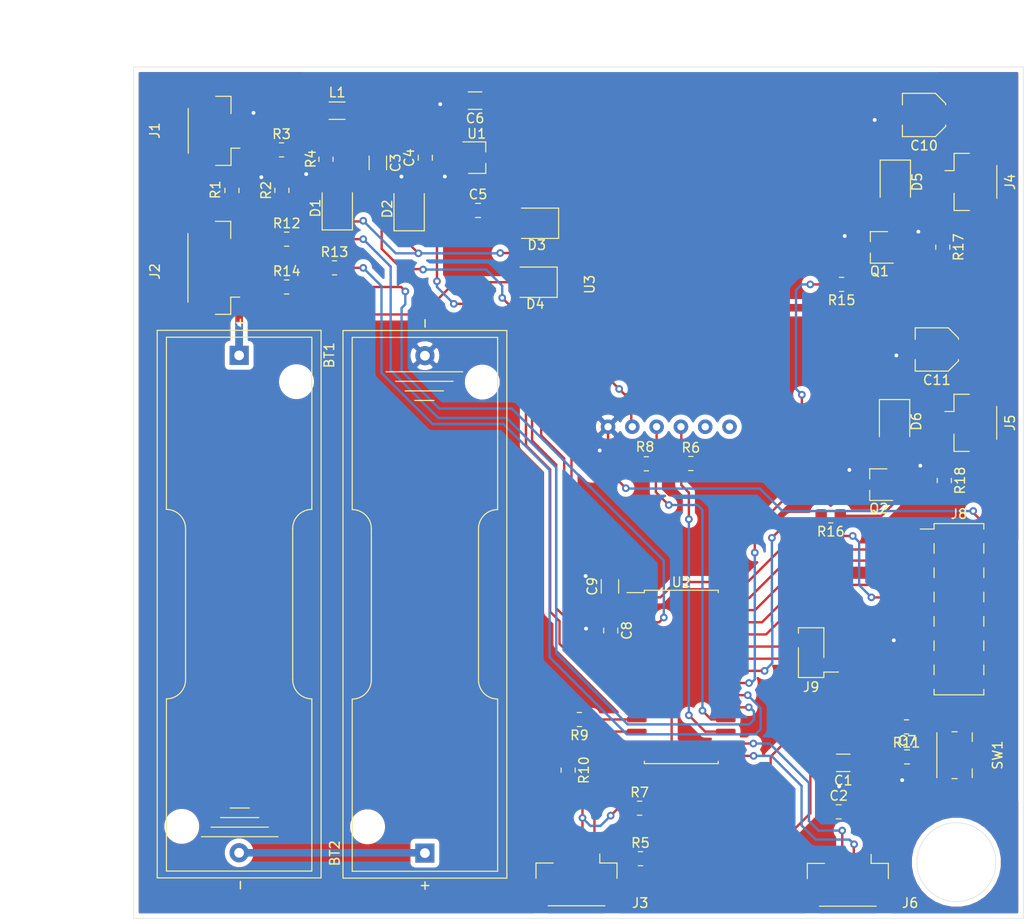
<source format=kicad_pcb>
(kicad_pcb (version 20171130) (host pcbnew "(5.1.9)-1")
  (layers (0 F.Cu signal hide) (31 B.Cu signal hide) (34 B.Paste user) (35 F.Paste user) (36 B.SilkS user) (37 F.SilkS user) (38 B.Mask user) (39 F.Mask user) (44 Edge.Cuts user))
  (net 0 "")
  (net 1 "Net-(BT1-Pad1)")
  (net 2 "Net-(BT1-Pad2)")
  (net 3 GND)
  (net 4 Vcc)
  (net 5 "Net-(C3-Pad1)")
  (net 6 "Net-(C5-Pad2)")
  (net 7 "Net-(C7-Pad2)")
  (net 8 POW)
  (net 9 MES_SOL)
  (net 10 MES_POW)
  (net 11 Piles)
  (net 12 "Net-(D5-Pad2)")
  (net 13 "Net-(D6-Pad2)")
  (net 14 Ind_Piles)
  (net 15 Ind_Batt)
  (net 16 Ind_Sol)
  (net 17 "Net-(J3-Pad3)")
  (net 18 "Net-(J3-Pad2)")
  (net 19 "Net-(J3-Pad1)")
  (net 20 RX)
  (net 21 TX)
  (net 22 SCL)
  (net 23 SDA)
  (net 24 "Net-(J8-Pad14)")
  (net 25 "Net-(J8-Pad13)")
  (net 26 "Net-(J8-Pad12)")
  (net 27 "Net-(J8-Pad10)")
  (net 28 "Net-(J8-Pad8)")
  (net 29 "Net-(J8-Pad7)")
  (net 30 "Net-(J8-Pad6)")
  (net 31 "Net-(J8-Pad5)")
  (net 32 "Net-(J8-Pad4)")
  (net 33 "Net-(J8-Pad3)")
  (net 34 "Net-(J8-Pad1)")
  (net 35 TEST1)
  (net 36 TEST2)
  (net 37 "Net-(Q1-Pad1)")
  (net 38 "Net-(Q2-Pad1)")
  (net 39 "Net-(J3-Pad4)")
  (net 40 "Net-(R9-Pad1)")
  (net 41 "Net-(R10-Pad1)")
  (net 42 "Net-(R11-Pad2)")
  (net 43 "Net-(R12-Pad2)")
  (net 44 "Net-(R13-Pad2)")
  (net 45 "Net-(R14-Pad2)")
  (net 46 CMD_PMP1)
  (net 47 CMD_PMP2)
  (net 48 "Net-(U2-Pad6)")
  (net 49 "Net-(U2-Pad5)")
  (net 50 "Net-(U3-Pad6)")
  (net 51 "Net-(U3-Pad5)")
  (net 52 "Net-(J1-Pad1)")
  (module Connector_PinHeader_2.54mm:PinHeader_2x07_P2.54mm_Vertical_SMD (layer F.Cu) (at 120.27 80.68)
    (fp_text reference J8 (at 0 -9.95) (layer F.SilkS))
    (fp_text value Program)
    (pad 14 smd rect (at 2.525 7.62) (size 3.15 1) (layers F.Cu F.Paste F.Mask) (net 24 "Net-(J8-Pad14)"))
    (pad 13 smd rect (at -2.525 7.62) (size 3.15 1) (layers F.Cu F.Paste F.Mask) (net 25 "Net-(J8-Pad13)"))
    (pad 12 smd rect (at 2.525 5.08) (size 3.15 1) (layers F.Cu F.Paste F.Mask) (net 26 "Net-(J8-Pad12)"))
    (pad 11 smd rect (at -2.525 5.08) (size 3.15 1) (layers F.Cu F.Paste F.Mask) (net 7 "Net-(C7-Pad2)"))
    (pad 10 smd rect (at 2.525 2.54) (size 3.15 1) (layers F.Cu F.Paste F.Mask) (net 27 "Net-(J8-Pad10)"))
    (pad 9 smd rect (at -2.525 2.54) (size 3.15 1) (layers F.Cu F.Paste F.Mask) (net 3 GND))
    (pad 8 smd rect (at 2.525 0) (size 3.15 1) (layers F.Cu F.Paste F.Mask) (net 28 "Net-(J8-Pad8)"))
    (pad 7 smd rect (at -2.525 0) (size 3.15 1) (layers F.Cu F.Paste F.Mask) (net 29 "Net-(J8-Pad7)"))
    (pad 6 smd rect (at 2.525 -2.54) (size 3.15 1) (layers F.Cu F.Paste F.Mask) (net 30 "Net-(J8-Pad6)"))
    (pad 5 smd rect (at -2.525 -2.54) (size 3.15 1) (layers F.Cu F.Paste F.Mask) (net 31 "Net-(J8-Pad5)"))
    (pad 4 smd rect (at 2.525 -5.08) (size 3.15 1) (layers F.Cu F.Paste F.Mask) (net 32 "Net-(J8-Pad4)"))
    (pad 3 smd rect (at -2.525 -5.08) (size 3.15 1) (layers F.Cu F.Paste F.Mask) (net 33 "Net-(J8-Pad3)"))
    (pad 2 smd rect (at 2.525 -7.62) (size 3.15 1) (layers F.Cu F.Paste F.Mask) (net 4 Vcc))
    (pad 1 smd rect (at -2.525 -7.62) (size 3.15 1) (layers F.Cu F.Paste F.Mask) (net 34 "Net-(J8-Pad1)"))
  )
  (module Connector_JST:JST_GH_BM03B-GHS-TBT_1x03-1MP_P1.25mm_Vertical (layer F.Cu) (at 42.32 30.68 90)
    (fp_text reference J1 (at 0.03 -6.11 90) (layer F.SilkS))
    (fp_text value "Alimentations 12V")
    (pad MP smd roundrect (at 3.1 -1.4 90) (size 1 2.8) (layers F.Cu F.Paste F.Mask))
    (pad MP smd roundrect (at -3.1 -1.4 90) (size 1 2.8) (layers F.Cu F.Paste F.Mask))
    (pad 3 smd roundrect (at 1.25 1.95 90) (size 0.6 1.7) (layers F.Cu F.Paste F.Mask) (net 3 GND))
    (pad 2 smd roundrect (at 0 1.95 90) (size 0.6 1.7) (layers F.Cu F.Paste F.Mask) (net 8 POW))
    (pad 1 smd roundrect (at -1.25 1.95 90) (size 0.6 1.7) (layers F.Cu F.Paste F.Mask) (net 52 "Net-(J1-Pad1)"))
  )
  (module bpc:BPC_RtcArduino (layer F.Cu) (at 83.590001 61.609999 90)
    (fp_text reference U3 (at 14.88 -1.92 90) (layer F.SilkS))
    (fp_text value RtcArduino)
    (pad 6 thru_hole circle (at 0 12.7 90) (size 1.524 1.524) (drill 0.762) (layers *.Cu *.Mask) (net 50 "Net-(U3-Pad6)"))
    (pad 5 thru_hole circle (at 0 10.16 90) (size 1.524 1.524) (drill 0.762) (layers *.Cu *.Mask) (net 51 "Net-(U3-Pad5)"))
    (pad 4 thru_hole circle (at 0 7.62 90) (size 1.524 1.524) (drill 0.762) (layers *.Cu *.Mask) (net 22 SCL))
    (pad 3 thru_hole circle (at 0 5.08 90) (size 1.524 1.524) (drill 0.762) (layers *.Cu *.Mask) (net 23 SDA))
    (pad 2 thru_hole circle (at 0 2.54 90) (size 1.524 1.524) (drill 0.762) (layers *.Cu *.Mask) (net 4 Vcc))
    (pad 1 thru_hole circle (at 0 0 90) (size 1.524 1.524) (drill 0.762) (layers *.Cu *.Mask) (net 3 GND))
  )
  (module Connector_PinHeader_2.54mm:PinHeader_1x02_P2.54mm_Vertical_SMD_Pin1Left (layer F.Cu) (at 104.82 85.22 180)
    (fp_text reference J9 (at 0 -3.6) (layer F.SilkS))
    (fp_text value Tests)
    (pad 2 smd rect (at 1.655 1.27 180) (size 2.51 1) (layers F.Cu F.Paste F.Mask) (net 36 TEST2))
    (pad 1 smd rect (at -1.655 -1.27 180) (size 2.51 1) (layers F.Cu F.Paste F.Mask) (net 35 TEST1))
  )
  (module Connector_JST:JST_GH_BM04B-GHS-TBT_1x04-1MP_P1.25mm_Vertical (layer F.Cu) (at 108.655 109.11 180)
    (fp_text reference J6 (at -6.515 -2.28) (layer F.SilkS))
    (fp_text value Ext)
    (pad MP smd roundrect (at 3.725 -1.4 180) (size 1 2.8) (layers F.Cu F.Paste F.Mask))
    (pad MP smd roundrect (at -3.725 -1.4 180) (size 1 2.8) (layers F.Cu F.Paste F.Mask))
    (pad 4 smd roundrect (at 1.875 1.95 180) (size 0.6 1.7) (layers F.Cu F.Paste F.Mask) (net 3 GND))
    (pad 3 smd roundrect (at 0.625 1.95 180) (size 0.6 1.7) (layers F.Cu F.Paste F.Mask) (net 20 RX))
    (pad 2 smd roundrect (at -0.625 1.95 180) (size 0.6 1.7) (layers F.Cu F.Paste F.Mask) (net 21 TX))
    (pad 1 smd roundrect (at -1.875 1.95 180) (size 0.6 1.7) (layers F.Cu F.Paste F.Mask) (net 4 Vcc))
  )
  (module Connector_JST:JST_GH_BM02B-GHS-TBT_1x02-1MP_P1.25mm_Vertical (layer F.Cu) (at 121.61 61.2 270)
    (fp_text reference J5 (at 0 -4 90) (layer F.SilkS))
    (fp_text value "Pompe 2")
    (pad MP smd roundrect (at 2.475 -1.4 270) (size 1 2.8) (layers F.Cu F.Paste F.Mask))
    (pad MP smd roundrect (at -2.475 -1.4 270) (size 1 2.8) (layers F.Cu F.Paste F.Mask))
    (pad 2 smd roundrect (at 0.625 1.95 270) (size 0.6 1.7) (layers F.Cu F.Paste F.Mask) (net 13 "Net-(D6-Pad2)"))
    (pad 1 smd roundrect (at -0.625 1.95 270) (size 0.6 1.7) (layers F.Cu F.Paste F.Mask) (net 8 POW))
  )
  (module Connector_JST:JST_GH_BM02B-GHS-TBT_1x02-1MP_P1.25mm_Vertical (layer F.Cu) (at 121.62 36.02 270)
    (fp_text reference J4 (at 0 -4 90) (layer F.SilkS))
    (fp_text value Pompe1)
    (pad MP smd roundrect (at 2.475 -1.4 270) (size 1 2.8) (layers F.Cu F.Paste F.Mask))
    (pad MP smd roundrect (at -2.475 -1.4 270) (size 1 2.8) (layers F.Cu F.Paste F.Mask))
    (pad 2 smd roundrect (at 0.625 1.95 270) (size 0.6 1.7) (layers F.Cu F.Paste F.Mask) (net 12 "Net-(D5-Pad2)"))
    (pad 1 smd roundrect (at -0.625 1.95 270) (size 0.6 1.7) (layers F.Cu F.Paste F.Mask) (net 8 POW))
  )
  (module Connector_JST:JST_GH_BM04B-GHS-TBT_1x04-1MP_P1.25mm_Vertical (layer F.Cu) (at 80.295 109.07 180)
    (fp_text reference J3 (at -6.665 -2.32) (layer F.SilkS))
    (fp_text value Commandes)
    (pad MP smd roundrect (at 3.725 -1.4 180) (size 1 2.8) (layers F.Cu F.Paste F.Mask))
    (pad MP smd roundrect (at -3.725 -1.4 180) (size 1 2.8) (layers F.Cu F.Paste F.Mask))
    (pad 4 smd roundrect (at 1.875 1.95 180) (size 0.6 1.7) (layers F.Cu F.Paste F.Mask) (net 39 "Net-(J3-Pad4)"))
    (pad 3 smd roundrect (at 0.625 1.95 180) (size 0.6 1.7) (layers F.Cu F.Paste F.Mask) (net 17 "Net-(J3-Pad3)"))
    (pad 2 smd roundrect (at -0.625 1.95 180) (size 0.6 1.7) (layers F.Cu F.Paste F.Mask) (net 18 "Net-(J3-Pad2)"))
    (pad 1 smd roundrect (at -1.875 1.95 180) (size 0.6 1.7) (layers F.Cu F.Paste F.Mask) (net 19 "Net-(J3-Pad1)"))
  )
  (module Connector_JST:JST_GH_BM05B-GHS-TBT_1x05-1MP_P1.25mm_Vertical (layer F.Cu) (at 42.29 45 90)
    (fp_text reference J2 (at -0.38 -6.06 90) (layer F.SilkS))
    (fp_text value "Cmd Mcu")
    (pad MP smd roundrect (at 4.35 -1.4 90) (size 1 2.8) (layers F.Cu F.Paste F.Mask))
    (pad MP smd roundrect (at -4.35 -1.4 90) (size 1 2.8) (layers F.Cu F.Paste F.Mask))
    (pad 5 smd roundrect (at 2.5 1.95 90) (size 0.6 1.7) (layers F.Cu F.Paste F.Mask) (net 14 Ind_Piles))
    (pad 4 smd roundrect (at 1.25 1.95 90) (size 0.6 1.7) (layers F.Cu F.Paste F.Mask) (net 15 Ind_Batt))
    (pad 3 smd roundrect (at 0 1.95 90) (size 0.6 1.7) (layers F.Cu F.Paste F.Mask) (net 16 Ind_Sol))
    (pad 2 smd roundrect (at -1.25 1.95 90) (size 0.6 1.7) (layers F.Cu F.Paste F.Mask) (net 11 Piles))
    (pad 1 smd roundrect (at -2.5 1.95 90) (size 0.6 1.7) (layers F.Cu F.Paste F.Mask) (net 1 "Net-(BT1-Pad1)"))
  )
  (module Package_SO:SOIC-28W_7.5x17.9mm_P1.27mm (layer F.Cu) (at 91.25 87.76)
    (fp_text reference U2 (at 0 -9.9) (layer F.SilkS))
    (fp_text value MSP430F1222IDW)
    (pad 28 smd roundrect (at 4.65 -8.255) (size 2.05 0.6) (layers F.Cu F.Paste F.Mask) (net 34 "Net-(J8-Pad1)"))
    (pad 27 smd roundrect (at 4.65 -6.985) (size 2.05 0.6) (layers F.Cu F.Paste F.Mask) (net 33 "Net-(J8-Pad3)"))
    (pad 26 smd roundrect (at 4.65 -5.715) (size 2.05 0.6) (layers F.Cu F.Paste F.Mask) (net 31 "Net-(J8-Pad5)"))
    (pad 25 smd roundrect (at 4.65 -4.445) (size 2.05 0.6) (layers F.Cu F.Paste F.Mask) (net 29 "Net-(J8-Pad7)"))
    (pad 24 smd roundrect (at 4.65 -3.175) (size 2.05 0.6) (layers F.Cu F.Paste F.Mask) (net 36 TEST2))
    (pad 23 smd roundrect (at 4.65 -1.905) (size 2.05 0.6) (layers F.Cu F.Paste F.Mask) (net 35 TEST1))
    (pad 22 smd roundrect (at 4.65 -0.635) (size 2.05 0.6) (layers F.Cu F.Paste F.Mask) (net 47 CMD_PMP2))
    (pad 21 smd roundrect (at 4.65 0.635) (size 2.05 0.6) (layers F.Cu F.Paste F.Mask) (net 46 CMD_PMP1))
    (pad 20 smd roundrect (at 4.65 1.905) (size 2.05 0.6) (layers F.Cu F.Paste F.Mask) (net 44 "Net-(R13-Pad2)"))
    (pad 19 smd roundrect (at 4.65 3.175) (size 2.05 0.6) (layers F.Cu F.Paste F.Mask) (net 43 "Net-(R12-Pad2)"))
    (pad 18 smd roundrect (at 4.65 4.445) (size 2.05 0.6) (layers F.Cu F.Paste F.Mask) (net 23 SDA))
    (pad 17 smd roundrect (at 4.65 5.715) (size 2.05 0.6) (layers F.Cu F.Paste F.Mask) (net 22 SCL))
    (pad 16 smd roundrect (at 4.65 6.985) (size 2.05 0.6) (layers F.Cu F.Paste F.Mask) (net 20 RX))
    (pad 15 smd roundrect (at 4.65 8.255) (size 2.05 0.6) (layers F.Cu F.Paste F.Mask) (net 21 TX))
    (pad 14 smd roundrect (at -4.65 8.255) (size 2.05 0.6) (layers F.Cu F.Paste F.Mask) (net 19 "Net-(J3-Pad1)"))
    (pad 13 smd roundrect (at -4.65 6.985) (size 2.05 0.6) (layers F.Cu F.Paste F.Mask) (net 18 "Net-(J3-Pad2)"))
    (pad 12 smd roundrect (at -4.65 5.715) (size 2.05 0.6) (layers F.Cu F.Paste F.Mask) (net 41 "Net-(R10-Pad1)"))
    (pad 11 smd roundrect (at -4.65 4.445) (size 2.05 0.6) (layers F.Cu F.Paste F.Mask) (net 40 "Net-(R9-Pad1)"))
    (pad 10 smd roundrect (at -4.65 3.175) (size 2.05 0.6) (layers F.Cu F.Paste F.Mask) (net 11 Piles))
    (pad 9 smd roundrect (at -4.65 1.905) (size 2.05 0.6) (layers F.Cu F.Paste F.Mask) (net 10 MES_POW))
    (pad 8 smd roundrect (at -4.65 0.635) (size 2.05 0.6) (layers F.Cu F.Paste F.Mask) (net 9 MES_SOL))
    (pad 7 smd roundrect (at -4.65 -0.635) (size 2.05 0.6) (layers F.Cu F.Paste F.Mask) (net 42 "Net-(R11-Pad2)"))
    (pad 6 smd roundrect (at -4.65 -1.905) (size 2.05 0.6) (layers F.Cu F.Paste F.Mask) (net 48 "Net-(U2-Pad6)"))
    (pad 5 smd roundrect (at -4.65 -3.175) (size 2.05 0.6) (layers F.Cu F.Paste F.Mask) (net 49 "Net-(U2-Pad5)"))
    (pad 4 smd roundrect (at -4.65 -4.445) (size 2.05 0.6) (layers F.Cu F.Paste F.Mask) (net 3 GND))
    (pad 3 smd roundrect (at -4.65 -5.715) (size 2.05 0.6) (layers F.Cu F.Paste F.Mask) (net 45 "Net-(R14-Pad2)"))
    (pad 2 smd roundrect (at -4.65 -6.985) (size 2.05 0.6) (layers F.Cu F.Paste F.Mask) (net 4 Vcc))
    (pad 1 smd roundrect (at -4.65 -8.255) (size 2.05 0.6) (layers F.Cu F.Paste F.Mask) (net 28 "Net-(J8-Pad8)"))
  )
  (module Package_TO_SOT_SMD:SC-59 (layer F.Cu) (at 69.86 33.48)
    (fp_text reference U1 (at 0 -2.5) (layer F.SilkS))
    (fp_text value R-78B3.3-2.0)
    (pad 3 smd rect (at 1.2 0) (size 0.9 0.8) (layers F.Cu F.Paste F.Mask) (net 6 "Net-(C5-Pad2)"))
    (pad 2 smd rect (at -1.2 0.95) (size 0.9 0.8) (layers F.Cu F.Paste F.Mask) (net 3 GND))
    (pad 1 smd rect (at -1.2 -0.95) (size 0.9 0.8) (layers F.Cu F.Paste F.Mask) (net 5 "Net-(C3-Pad1)"))
  )
  (module Button_Switch_SMD:Panasonic_EVQPUJ_EVQPUA (layer F.Cu) (at 119.81 95.94 270)
    (fp_text reference SW1 (at 0 -4.5 90) (layer F.SilkS))
    (fp_text value SW_Push)
    (pad 1 smd rect (at 2.625 -0.85 90) (size 1.55 1) (layers F.Cu F.Paste F.Mask) (net 7 "Net-(C7-Pad2)"))
    (pad 1 smd rect (at -2.625 -0.85 90) (size 1.55 1) (layers F.Cu F.Paste F.Mask) (net 7 "Net-(C7-Pad2)"))
    (pad 2 smd rect (at -2.625 0.85 90) (size 1.55 1) (layers F.Cu F.Paste F.Mask) (net 3 GND))
    (pad 2 smd rect (at 2.625 0.85 90) (size 1.55 1) (layers F.Cu F.Paste F.Mask) (net 3 GND))
  )
  (module Resistor_SMD:R_0805_2012Metric_Pad1.20x1.40mm_HandSolder (layer F.Cu) (at 118.74 67.23 270)
    (fp_text reference R18 (at 0 -1.65 90) (layer F.SilkS))
    (fp_text value 100k)
    (pad 2 smd roundrect (at 1 0 270) (size 1.2 1.4) (layers F.Cu F.Paste F.Mask) (roundrect_rratio 0.2083325) (net 38 "Net-(Q2-Pad1)"))
    (pad 1 smd roundrect (at -1 0 270) (size 1.2 1.4) (layers F.Cu F.Paste F.Mask) (roundrect_rratio 0.2083325) (net 3 GND))
  )
  (module Resistor_SMD:R_0805_2012Metric_Pad1.20x1.40mm_HandSolder (layer F.Cu) (at 118.58 42.84 270)
    (fp_text reference R17 (at 0 -1.65 90) (layer F.SilkS))
    (fp_text value 100k)
    (pad 2 smd roundrect (at 1 0 270) (size 1.2 1.4) (layers F.Cu F.Paste F.Mask) (roundrect_rratio 0.2083325) (net 37 "Net-(Q1-Pad1)"))
    (pad 1 smd roundrect (at -1 0 270) (size 1.2 1.4) (layers F.Cu F.Paste F.Mask) (roundrect_rratio 0.2083325) (net 3 GND))
  )
  (module Resistor_SMD:R_0805_2012Metric_Pad1.20x1.40mm_HandSolder (layer F.Cu) (at 106.87 70.92 180)
    (fp_text reference R16 (at 0 -1.65) (layer F.SilkS))
    (fp_text value 50)
    (pad 2 smd roundrect (at 1 0 180) (size 1.2 1.4) (layers F.Cu F.Paste F.Mask) (roundrect_rratio 0.2083325) (net 47 CMD_PMP2))
    (pad 1 smd roundrect (at -1 0 180) (size 1.2 1.4) (layers F.Cu F.Paste F.Mask) (roundrect_rratio 0.2083325) (net 38 "Net-(Q2-Pad1)"))
  )
  (module Resistor_SMD:R_0805_2012Metric_Pad1.20x1.40mm_HandSolder (layer F.Cu) (at 108 46.73 180)
    (fp_text reference R15 (at 0 -1.65) (layer F.SilkS))
    (fp_text value 50)
    (pad 2 smd roundrect (at 1 0 180) (size 1.2 1.4) (layers F.Cu F.Paste F.Mask) (roundrect_rratio 0.2083325) (net 46 CMD_PMP1))
    (pad 1 smd roundrect (at -1 0 180) (size 1.2 1.4) (layers F.Cu F.Paste F.Mask) (roundrect_rratio 0.2083325) (net 37 "Net-(Q1-Pad1)"))
  )
  (module Resistor_SMD:R_0805_2012Metric_Pad1.20x1.40mm_HandSolder (layer F.Cu) (at 50 47)
    (fp_text reference R14 (at 0 -1.65) (layer F.SilkS))
    (fp_text value 220)
    (pad 2 smd roundrect (at 1 0) (size 1.2 1.4) (layers F.Cu F.Paste F.Mask) (roundrect_rratio 0.2083325) (net 45 "Net-(R14-Pad2)"))
    (pad 1 smd roundrect (at -1 0) (size 1.2 1.4) (layers F.Cu F.Paste F.Mask) (roundrect_rratio 0.2083325) (net 16 Ind_Sol))
  )
  (module Resistor_SMD:R_0805_2012Metric_Pad1.20x1.40mm_HandSolder (layer F.Cu) (at 55 45)
    (fp_text reference R13 (at 0 -1.65) (layer F.SilkS))
    (fp_text value 220)
    (pad 2 smd roundrect (at 1 0) (size 1.2 1.4) (layers F.Cu F.Paste F.Mask) (roundrect_rratio 0.2083325) (net 44 "Net-(R13-Pad2)"))
    (pad 1 smd roundrect (at -1 0) (size 1.2 1.4) (layers F.Cu F.Paste F.Mask) (roundrect_rratio 0.2083325) (net 15 Ind_Batt))
  )
  (module Resistor_SMD:R_0805_2012Metric_Pad1.20x1.40mm_HandSolder (layer F.Cu) (at 50 42)
    (fp_text reference R12 (at 0 -1.65) (layer F.SilkS))
    (fp_text value 220)
    (pad 2 smd roundrect (at 1 0) (size 1.2 1.4) (layers F.Cu F.Paste F.Mask) (roundrect_rratio 0.2083325) (net 43 "Net-(R12-Pad2)"))
    (pad 1 smd roundrect (at -1 0) (size 1.2 1.4) (layers F.Cu F.Paste F.Mask) (roundrect_rratio 0.2083325) (net 14 Ind_Piles))
  )
  (module Resistor_SMD:R_0805_2012Metric_Pad1.20x1.40mm_HandSolder (layer F.Cu) (at 114.79 92.98 180)
    (fp_text reference R11 (at 0 -1.65) (layer F.SilkS))
    (fp_text value 100k)
    (pad 2 smd roundrect (at 1 0 180) (size 1.2 1.4) (layers F.Cu F.Paste F.Mask) (roundrect_rratio 0.2083325) (net 42 "Net-(R11-Pad2)"))
    (pad 1 smd roundrect (at -1 0 180) (size 1.2 1.4) (layers F.Cu F.Paste F.Mask) (roundrect_rratio 0.2083325) (net 7 "Net-(C7-Pad2)"))
  )
  (module Resistor_SMD:R_0805_2012Metric_Pad1.20x1.40mm_HandSolder (layer F.Cu) (at 79.42 97.5 270)
    (fp_text reference R10 (at 0 -1.65 90) (layer F.SilkS))
    (fp_text value 220)
    (pad 2 smd roundrect (at 1 0 270) (size 1.2 1.4) (layers F.Cu F.Paste F.Mask) (roundrect_rratio 0.2083325) (net 17 "Net-(J3-Pad3)"))
    (pad 1 smd roundrect (at -1 0 270) (size 1.2 1.4) (layers F.Cu F.Paste F.Mask) (roundrect_rratio 0.2083325) (net 41 "Net-(R10-Pad1)"))
  )
  (module Resistor_SMD:R_0805_2012Metric_Pad1.20x1.40mm_HandSolder (layer F.Cu) (at 80.6 92.21 180)
    (fp_text reference R9 (at 0 -1.65) (layer F.SilkS))
    (fp_text value 220)
    (pad 2 smd roundrect (at 1 0 180) (size 1.2 1.4) (layers F.Cu F.Paste F.Mask) (roundrect_rratio 0.2083325) (net 39 "Net-(J3-Pad4)"))
    (pad 1 smd roundrect (at -1 0 180) (size 1.2 1.4) (layers F.Cu F.Paste F.Mask) (roundrect_rratio 0.2083325) (net 40 "Net-(R9-Pad1)"))
  )
  (module Resistor_SMD:R_0805_2012Metric_Pad1.20x1.40mm_HandSolder (layer F.Cu) (at 87.59 65.48 180)
    (fp_text reference R8 (at 0.13 1.77) (layer F.SilkS))
    (fp_text value 100k)
    (pad 2 smd roundrect (at 1 0 180) (size 1.2 1.4) (layers F.Cu F.Paste F.Mask) (roundrect_rratio 0.2083325) (net 4 Vcc))
    (pad 1 smd roundrect (at -1 0 180) (size 1.2 1.4) (layers F.Cu F.Paste F.Mask) (roundrect_rratio 0.2083325) (net 23 SDA))
  )
  (module Resistor_SMD:R_0805_2012Metric_Pad1.20x1.40mm_HandSolder (layer F.Cu) (at 86.89 101.48)
    (fp_text reference R7 (at 0 -1.65) (layer F.SilkS))
    (fp_text value 100k)
    (pad 2 smd roundrect (at 1 0) (size 1.2 1.4) (layers F.Cu F.Paste F.Mask) (roundrect_rratio 0.2083325) (net 4 Vcc))
    (pad 1 smd roundrect (at -1 0) (size 1.2 1.4) (layers F.Cu F.Paste F.Mask) (roundrect_rratio 0.2083325) (net 18 "Net-(J3-Pad2)"))
  )
  (module Resistor_SMD:R_0805_2012Metric_Pad1.20x1.40mm_HandSolder (layer F.Cu) (at 92.25 65.45)
    (fp_text reference R6 (at 0 -1.65) (layer F.SilkS))
    (fp_text value 100k)
    (pad 2 smd roundrect (at 1 0) (size 1.2 1.4) (layers F.Cu F.Paste F.Mask) (roundrect_rratio 0.2083325) (net 4 Vcc))
    (pad 1 smd roundrect (at -1 0) (size 1.2 1.4) (layers F.Cu F.Paste F.Mask) (roundrect_rratio 0.2083325) (net 22 SCL))
  )
  (module Resistor_SMD:R_0805_2012Metric_Pad1.20x1.40mm_HandSolder (layer F.Cu) (at 86.98 106.76)
    (fp_text reference R5 (at 0 -1.65) (layer F.SilkS))
    (fp_text value 100k)
    (pad 2 smd roundrect (at 1 0) (size 1.2 1.4) (layers F.Cu F.Paste F.Mask) (roundrect_rratio 0.2083325) (net 4 Vcc))
    (pad 1 smd roundrect (at -1 0) (size 1.2 1.4) (layers F.Cu F.Paste F.Mask) (roundrect_rratio 0.2083325) (net 19 "Net-(J3-Pad1)"))
  )
  (module Resistor_SMD:R_0805_2012Metric_Pad1.20x1.40mm_HandSolder (layer F.Cu) (at 54.11 33.65 270)
    (fp_text reference R4 (at -0.04 1.59 90) (layer F.SilkS))
    (fp_text value 30k)
    (pad 2 smd roundrect (at 1 0 270) (size 1.2 1.4) (layers F.Cu F.Paste F.Mask) (roundrect_rratio 0.2083325) (net 3 GND))
    (pad 1 smd roundrect (at -1 0 270) (size 1.2 1.4) (layers F.Cu F.Paste F.Mask) (roundrect_rratio 0.2083325) (net 10 MES_POW))
  )
  (module Resistor_SMD:R_0805_2012Metric_Pad1.20x1.40mm_HandSolder (layer F.Cu) (at 49.46 32.67)
    (fp_text reference R3 (at 0 -1.65) (layer F.SilkS))
    (fp_text value 100k)
    (pad 2 smd roundrect (at 1 0) (size 1.2 1.4) (layers F.Cu F.Paste F.Mask) (roundrect_rratio 0.2083325) (net 10 MES_POW))
    (pad 1 smd roundrect (at -1 0) (size 1.2 1.4) (layers F.Cu F.Paste F.Mask) (roundrect_rratio 0.2083325) (net 8 POW))
  )
  (module Resistor_SMD:R_0805_2012Metric (layer F.Cu) (at 49.5 36.9 90)
    (fp_text reference R2 (at 0 -1.65 90) (layer F.SilkS))
    (fp_text value 30k)
    (pad 2 smd roundrect (at 0.9125 0 90) (size 1.025 1.4) (layers F.Cu F.Paste F.Mask) (roundrect_rratio 0.2439014634146341) (net 3 GND))
    (pad 1 smd roundrect (at -0.9125 0 90) (size 1.025 1.4) (layers F.Cu F.Paste F.Mask) (roundrect_rratio 0.2439014634146341) (net 9 MES_SOL))
  )
  (module Resistor_SMD:R_0805_2012Metric (layer F.Cu) (at 44.28 36.91 270)
    (fp_text reference R1 (at -0.07 1.73 90) (layer F.SilkS))
    (fp_text value 100k)
    (pad 2 smd roundrect (at 0.9125 0 270) (size 1.025 1.4) (layers F.Cu F.Paste F.Mask) (roundrect_rratio 0.2439014634146341) (net 9 MES_SOL))
    (pad 1 smd roundrect (at -0.9125 0 270) (size 1.025 1.4) (layers F.Cu F.Paste F.Mask) (roundrect_rratio 0.2439014634146341) (net 52 "Net-(J1-Pad1)"))
  )
  (module Package_TO_SOT_SMD:SC-59_Handsoldering (layer F.Cu) (at 111.89 67.66 180)
    (fp_text reference Q2 (at 0 -2.5) (layer F.SilkS))
    (fp_text value Q_NPN_BCE)
    (pad 3 smd rect (at 1.65 0 180) (size 1.8 0.8) (layers F.Cu F.Paste F.Mask) (net 3 GND))
    (pad 2 smd rect (at -1.65 0.95 180) (size 1.8 0.8) (layers F.Cu F.Paste F.Mask) (net 13 "Net-(D6-Pad2)"))
    (pad 1 smd rect (at -1.65 -0.95 180) (size 1.8 0.8) (layers F.Cu F.Paste F.Mask) (net 38 "Net-(Q2-Pad1)"))
  )
  (module Package_TO_SOT_SMD:SC-59_Handsoldering (layer F.Cu) (at 111.96 42.86 180)
    (fp_text reference Q1 (at 0 -2.5) (layer F.SilkS))
    (fp_text value Q_NPN_BCE)
    (pad 3 smd rect (at 1.65 0 180) (size 1.8 0.8) (layers F.Cu F.Paste F.Mask) (net 3 GND))
    (pad 2 smd rect (at -1.65 0.95 180) (size 1.8 0.8) (layers F.Cu F.Paste F.Mask) (net 12 "Net-(D5-Pad2)"))
    (pad 1 smd rect (at -1.65 -0.95 180) (size 1.8 0.8) (layers F.Cu F.Paste F.Mask) (net 37 "Net-(Q1-Pad1)"))
  )
  (module Inductor_SMD:L_1206_3216Metric (layer F.Cu) (at 55.27 28.57)
    (fp_text reference L1 (at 0 -1.9) (layer F.SilkS))
    (fp_text value INDUCTOR)
    (pad 2 smd roundrect (at 1.575 0) (size 1.05 1.9) (layers F.Cu F.Paste F.Mask) (roundrect_rratio 0.2380942857142857) (net 5 "Net-(C3-Pad1)"))
    (pad 1 smd roundrect (at -1.575 0) (size 1.05 1.9) (layers F.Cu F.Paste F.Mask) (roundrect_rratio 0.2380942857142857) (net 8 POW))
  )
  (module Diode_SMD:D_1210_3225Metric (layer F.Cu) (at 113.54 61.05 270)
    (fp_text reference D6 (at 0 -2.28 90) (layer F.SilkS))
    (fp_text value D)
    (pad 2 smd roundrect (at 1.4 0 270) (size 1.25 2.65) (layers F.Cu F.Paste F.Mask) (roundrect_rratio 0.2) (net 13 "Net-(D6-Pad2)"))
    (pad 1 smd roundrect (at -1.4 0 270) (size 1.25 2.65) (layers F.Cu F.Paste F.Mask) (roundrect_rratio 0.2) (net 8 POW))
  )
  (module Diode_SMD:D_1210_3225Metric (layer F.Cu) (at 113.62 36.02 270)
    (fp_text reference D5 (at 0 -2.28 90) (layer F.SilkS))
    (fp_text value D)
    (pad 2 smd roundrect (at 1.4 0 270) (size 1.25 2.65) (layers F.Cu F.Paste F.Mask) (roundrect_rratio 0.2) (net 12 "Net-(D5-Pad2)"))
    (pad 1 smd roundrect (at -1.4 0 270) (size 1.25 2.65) (layers F.Cu F.Paste F.Mask) (roundrect_rratio 0.2) (net 8 POW))
  )
  (module Diode_SMD:D_1210_3225Metric (layer F.Cu) (at 75.99 46.5 180)
    (fp_text reference D4 (at 0 -2.28) (layer F.SilkS))
    (fp_text value D_Schottky)
    (pad 2 smd roundrect (at 1.4 0 180) (size 1.25 2.65) (layers F.Cu F.Paste F.Mask) (roundrect_rratio 0.2) (net 11 Piles))
    (pad 1 smd roundrect (at -1.4 0 180) (size 1.25 2.65) (layers F.Cu F.Paste F.Mask) (roundrect_rratio 0.2) (net 4 Vcc))
  )
  (module Diode_SMD:D_1210_3225Metric (layer F.Cu) (at 76.14 40.34 180)
    (fp_text reference D3 (at 0 -2.28) (layer F.SilkS))
    (fp_text value D_Schottky)
    (pad 1 smd roundrect (at -1.4 0 180) (size 1.25 2.65) (layers F.Cu F.Paste F.Mask) (roundrect_rratio 0.2) (net 4 Vcc))
    (pad 2 smd roundrect (at 1.4 0 180) (size 1.25 2.65) (layers F.Cu F.Paste F.Mask) (roundrect_rratio 0.2) (net 6 "Net-(C5-Pad2)"))
  )
  (module Diode_SMD:D_1210_3225Metric (layer F.Cu) (at 62.8 38.84 90)
    (fp_text reference D2 (at 0 -2.28 90) (layer F.SilkS))
    (fp_text value D_Schottky)
    (pad 2 smd roundrect (at 1.4 0 90) (size 1.25 2.65) (layers F.Cu F.Paste F.Mask) (roundrect_rratio 0.2) (net 10 MES_POW))
    (pad 1 smd roundrect (at -1.4 0 90) (size 1.25 2.65) (layers F.Cu F.Paste F.Mask) (roundrect_rratio 0.2) (net 4 Vcc))
  )
  (module Diode_SMD:D_1210_3225Metric (layer F.Cu) (at 55.29 38.75 90)
    (fp_text reference D1 (at 0 -2.28 90) (layer F.SilkS))
    (fp_text value D_Schottky)
    (pad 2 smd roundrect (at 1.4 0 90) (size 1.25 2.65) (layers F.Cu F.Paste F.Mask) (roundrect_rratio 0.2) (net 9 MES_SOL))
    (pad 1 smd roundrect (at -1.4 0 90) (size 1.25 2.65) (layers F.Cu F.Paste F.Mask) (roundrect_rratio 0.2) (net 4 Vcc))
  )
  (module Capacitor_SMD:C_Elec_4x5.8 (layer F.Cu) (at 117.96 53.53 180)
    (fp_text reference C11 (at 0 -3.2) (layer F.SilkS))
    (fp_text value 50µF)
    (pad 2 smd roundrect (at 1.675 0 180) (size 2.65 1.6) (layers F.Cu F.Paste F.Mask) (roundrect_rratio 0.15625) (net 3 GND))
    (pad 1 smd roundrect (at -1.675 0 180) (size 2.65 1.6) (layers F.Cu F.Paste F.Mask) (roundrect_rratio 0.15625) (net 8 POW))
  )
  (module Capacitor_SMD:C_Elec_4x5.8 (layer F.Cu) (at 116.62 29.02 180)
    (fp_text reference C10 (at 0 -3.2) (layer F.SilkS))
    (fp_text value 50µF)
    (pad 2 smd roundrect (at 1.675 0 180) (size 2.65 1.6) (layers F.Cu F.Paste F.Mask) (roundrect_rratio 0.15625) (net 3 GND))
    (pad 1 smd roundrect (at -1.675 0 180) (size 2.65 1.6) (layers F.Cu F.Paste F.Mask) (roundrect_rratio 0.15625) (net 8 POW))
  )
  (module Capacitor_SMD:C_1206_3216Metric (layer F.Cu) (at 83.79 78.295 90)
    (fp_text reference C9 (at 0 -1.85 90) (layer F.SilkS))
    (fp_text value 10µF)
    (pad 2 smd roundrect (at 1.475 0 90) (size 1.15 1.8) (layers F.Cu F.Paste F.Mask) (roundrect_rratio 0.2173904347826087) (net 3 GND))
    (pad 1 smd roundrect (at -1.475 0 90) (size 1.15 1.8) (layers F.Cu F.Paste F.Mask) (roundrect_rratio 0.2173904347826087) (net 4 Vcc))
  )
  (module Capacitor_SMD:C_0805_2012Metric (layer F.Cu) (at 83.87 82.91 270)
    (fp_text reference C8 (at 0 -1.68 90) (layer F.SilkS))
    (fp_text value 10n)
    (pad 2 smd roundrect (at 0.95 0 270) (size 1 1.45) (layers F.Cu F.Paste F.Mask) (net 3 GND))
    (pad 1 smd roundrect (at -0.95 0 270) (size 1 1.45) (layers F.Cu F.Paste F.Mask) (net 4 Vcc))
  )
  (module Capacitor_SMD:C_0805_2012Metric (layer F.Cu) (at 114.84 96.12)
    (fp_text reference C7 (at 0 -1.68) (layer F.SilkS))
    (fp_text value 10n)
    (pad 2 smd roundrect (at 0.95 0) (size 1 1.45) (layers F.Cu F.Paste F.Mask) (net 7 "Net-(C7-Pad2)"))
    (pad 1 smd roundrect (at -0.95 0) (size 1 1.45) (layers F.Cu F.Paste F.Mask) (net 3 GND))
  )
  (module Capacitor_SMD:C_1206_3216Metric (layer F.Cu) (at 69.69 27.52 180)
    (fp_text reference C6 (at 0 -1.85) (layer F.SilkS))
    (fp_text value 10µF)
    (pad 2 smd roundrect (at 1.475 0 180) (size 1.15 1.8) (layers F.Cu F.Paste F.Mask) (roundrect_rratio 0.2173904347826087) (net 3 GND))
    (pad 1 smd roundrect (at -1.475 0 180) (size 1.15 1.8) (layers F.Cu F.Paste F.Mask) (roundrect_rratio 0.2173904347826087) (net 6 "Net-(C5-Pad2)"))
  )
  (module Capacitor_SMD:C_0805_2012Metric (layer F.Cu) (at 70 39)
    (fp_text reference C5 (at 0 -1.68) (layer F.SilkS))
    (fp_text value 10n)
    (pad 2 smd roundrect (at 0.95 0) (size 1 1.45) (layers F.Cu F.Paste F.Mask) (net 6 "Net-(C5-Pad2)"))
    (pad 1 smd roundrect (at -0.95 0) (size 1 1.45) (layers F.Cu F.Paste F.Mask) (net 3 GND))
  )
  (module Capacitor_SMD:C_0805_2012Metric (layer F.Cu) (at 64.49 33.49 90)
    (fp_text reference C4 (at 0 -1.68 90) (layer F.SilkS))
    (fp_text value 10n)
    (pad 2 smd roundrect (at 0.95 0 90) (size 1 1.45) (layers F.Cu F.Paste F.Mask) (net 5 "Net-(C3-Pad1)"))
    (pad 1 smd roundrect (at -0.95 0 90) (size 1 1.45) (layers F.Cu F.Paste F.Mask) (net 3 GND))
  )
  (module Capacitor_SMD:C_1206_3216Metric (layer F.Cu) (at 59.53 34.025 270)
    (fp_text reference C3 (at 0 -1.85 90) (layer F.SilkS))
    (fp_text value 20µF)
    (pad 2 smd roundrect (at 1.475 0 270) (size 1.15 1.8) (layers F.Cu F.Paste F.Mask) (roundrect_rratio 0.2173904347826087) (net 3 GND))
    (pad 1 smd roundrect (at -1.475 0 270) (size 1.15 1.8) (layers F.Cu F.Paste F.Mask) (roundrect_rratio 0.2173904347826087) (net 5 "Net-(C3-Pad1)"))
  )
  (module Capacitor_SMD:C_0805_2012Metric (layer F.Cu) (at 107.7 101.86)
    (fp_text reference C2 (at 0 -1.68) (layer F.SilkS))
    (fp_text value 10n)
    (pad 2 smd roundrect (at 0.95 0) (size 1 1.45) (layers F.Cu F.Paste F.Mask) (net 4 Vcc))
    (pad 1 smd roundrect (at -0.95 0) (size 1 1.45) (layers F.Cu F.Paste F.Mask) (net 3 GND))
  )
  (module Capacitor_SMD:C_1206_3216Metric (layer F.Cu) (at 108.18 96.74 180)
    (fp_text reference C1 (at 0 -1.85) (layer F.SilkS))
    (fp_text value 10µF)
    (pad 2 smd roundrect (at 1.475 0 180) (size 1.15 1.8) (layers F.Cu F.Paste F.Mask) (roundrect_rratio 0.2173904347826087) (net 3 GND))
    (pad 1 smd roundrect (at -1.475 0 180) (size 1.15 1.8) (layers F.Cu F.Paste F.Mask) (roundrect_rratio 0.2173904347826087) (net 4 Vcc))
  )
  (module Battery:BatteryHolder_Keystone_2460_1xAA (layer F.Cu) (at 64.45 106.17 90)
    (fp_text reference BT2 (at -0.02 -9.42 270) (layer F.SilkS))
    (fp_text value Battery)
    (fp_text user + (at -3.4 -0.06 90) (layer F.SilkS))
    (fp_text user - (at 55.37 -0.06 90) (layer F.SilkS))
    (pad 1 thru_hole rect (at 0 0 270) (size 2 2) (drill 1.02) (layers *.Cu *.Mask) (net 2 "Net-(BT1-Pad2)"))
    (pad 2 thru_hole circle (at 51.99 0 270) (size 2 2) (drill 1.02) (layers *.Cu *.Mask) (net 3 GND))
    (pad "" np_thru_hole circle (at 49.23 5.995 90) (size 2.64 2.64) (drill 2.64) (layers *.Cu *.Mask))
    (pad "" np_thru_hole circle (at 2.75 -5.995 180) (size 2.64 2.64) (drill 2.64) (layers *.Cu *.Mask))
  )
  (module Battery:BatteryHolder_Keystone_2460_1xAA (layer F.Cu) (at 45.03 54.15 270)
    (fp_text reference BT1 (at -0.02 -9.42 270) (layer F.SilkS))
    (fp_text value Battery)
    (fp_text user + (at -3.4 -0.06 90) (layer F.SilkS))
    (fp_text user - (at 55.37 -0.06 90) (layer F.SilkS))
    (pad 1 thru_hole rect (at 0 0 90) (size 2 2) (drill 1.02) (layers *.Cu *.Mask) (net 1 "Net-(BT1-Pad1)"))
    (pad 2 thru_hole circle (at 51.99 0 90) (size 2 2) (drill 1.02) (layers *.Cu *.Mask) (net 2 "Net-(BT1-Pad2)"))
    (pad "" np_thru_hole circle (at 49.23 5.995 270) (size 2.64 2.64) (drill 2.64) (layers *.Cu *.Mask))
    (pad "" np_thru_hole circle (at 2.75 -5.995) (size 2.64 2.64) (drill 2.64) (layers *.Cu *.Mask))
  )
  (gr_circle (center 120 107.123106) (end 124.123106 107.123106) (layer Edge.Cuts) (width 0.05))
  (gr_line (start 34 113) (end 127 113) (layer Edge.Cuts) (width 0.05))
  (gr_line (start 127 24) (end 127 113) (layer Edge.Cuts) (width 0.05))
  (gr_line (start 34 24) (end 127 24) (layer Edge.Cuts) (width 0.05))
  (gr_line (start 34 24) (end 34 113) (layer Edge.Cuts) (width 0.05))
  (segment (start 45.03 48.29) (end 44.24 47.5) (width 0.8) (layer F.Cu) (net 1))
  (segment (start 45.03 54.15) (end 45.03 48.29) (width 0.8) (layer F.Cu) (net 1))
  (segment (start 45.03 54.15) (end 45.03 50.89) (width 0.8) (layer B.Cu) (net 1))
  (via (at 45.03 50.89) (size 0.8) (drill 0.4) (layers F.Cu B.Cu) (net 1))
  (segment (start 64.42 106.14) (end 64.45 106.17) (width 0.8) (layer B.Cu) (net 2))
  (segment (start 45.03 106.14) (end 64.42 106.14) (width 0.8) (layer B.Cu) (net 2))
  (segment (start 68.215 27.52) (end 66.42 27.52) (width 0.25) (layer F.Cu) (net 3))
  (segment (start 66.42 27.52) (end 66.05 27.89) (width 0.25) (layer F.Cu) (net 3))
  (via (at 66.05 27.89) (size 0.8) (drill 0.4) (layers F.Cu B.Cu) (net 3))
  (segment (start 106.75 107.13) (end 106.78 107.16) (width 0.25) (layer F.Cu) (net 3))
  (segment (start 106.75 101.86) (end 106.75 107.13) (width 0.25) (layer F.Cu) (net 3))
  (segment (start 106.705 101.815) (end 106.75 101.86) (width 0.25) (layer F.Cu) (net 3))
  (segment (start 106.705 96.74) (end 106.705 101.815) (width 0.25) (layer F.Cu) (net 3))
  (segment (start 86.6 83.315) (end 85.415 83.315) (width 0.25) (layer F.Cu) (net 3))
  (segment (start 84.87 83.86) (end 83.87 83.86) (width 0.25) (layer F.Cu) (net 3))
  (segment (start 85.415 83.315) (end 84.87 83.86) (width 0.25) (layer F.Cu) (net 3))
  (via (at 82.72 64.09) (size 0.8) (drill 0.4) (layers F.Cu B.Cu) (net 3))
  (segment (start 83.590001 63.219999) (end 82.72 64.09) (width 0.25) (layer F.Cu) (net 3))
  (segment (start 83.590001 61.609999) (end 83.590001 63.219999) (width 0.25) (layer F.Cu) (net 3))
  (segment (start 114.945 29.02) (end 112 29.02) (width 0.25) (layer F.Cu) (net 3))
  (via (at 111.46 29.54) (size 0.8) (drill 0.4) (layers F.Cu B.Cu) (net 3))
  (segment (start 111.48 29.54) (end 111.46 29.54) (width 0.25) (layer F.Cu) (net 3))
  (segment (start 112 29.02) (end 111.48 29.54) (width 0.25) (layer F.Cu) (net 3))
  (segment (start 118.58 41.84) (end 116.66 41.84) (width 0.25) (layer F.Cu) (net 3))
  (via (at 116.03 41.22) (size 0.8) (drill 0.4) (layers F.Cu B.Cu) (net 3))
  (segment (start 116.04 41.22) (end 116.03 41.22) (width 0.25) (layer F.Cu) (net 3))
  (segment (start 116.66 41.84) (end 116.04 41.22) (width 0.25) (layer F.Cu) (net 3))
  (segment (start 110.31 42.86) (end 109.52 42.86) (width 0.25) (layer F.Cu) (net 3))
  (via (at 108.33 41.67) (size 0.8) (drill 0.4) (layers F.Cu B.Cu) (net 3))
  (segment (start 109.52 42.86) (end 108.33 41.67) (width 0.25) (layer F.Cu) (net 3))
  (segment (start 116.285 53.53) (end 114.37 53.53) (width 0.25) (layer F.Cu) (net 3))
  (via (at 113.73 54.16) (size 0.8) (drill 0.4) (layers F.Cu B.Cu) (net 3))
  (segment (start 113.74 54.16) (end 113.73 54.16) (width 0.25) (layer F.Cu) (net 3))
  (segment (start 114.37 53.53) (end 113.74 54.16) (width 0.25) (layer F.Cu) (net 3))
  (segment (start 118.74 66.23) (end 116.79 66.23) (width 0.25) (layer F.Cu) (net 3))
  (via (at 116.23 65.68) (size 0.8) (drill 0.4) (layers F.Cu B.Cu) (net 3))
  (segment (start 116.24 65.68) (end 116.23 65.68) (width 0.25) (layer F.Cu) (net 3))
  (segment (start 116.79 66.23) (end 116.24 65.68) (width 0.25) (layer F.Cu) (net 3))
  (segment (start 110.24 67.66) (end 110.24 67.53) (width 0.25) (layer F.Cu) (net 3))
  (via (at 108.82 66.12) (size 0.8) (drill 0.4) (layers F.Cu B.Cu) (net 3))
  (segment (start 108.83 66.12) (end 108.82 66.12) (width 0.25) (layer F.Cu) (net 3))
  (segment (start 110.24 67.53) (end 108.83 66.12) (width 0.25) (layer F.Cu) (net 3))
  (segment (start 44.27 29.43) (end 45.9 29.43) (width 0.8) (layer F.Cu) (net 3))
  (via (at 46.53 28.8) (size 0.8) (drill 0.4) (layers F.Cu B.Cu) (net 3))
  (segment (start 45.9 29.43) (end 46.53 28.8) (width 0.8) (layer F.Cu) (net 3))
  (segment (start 49.5 35.9875) (end 47.7675 35.9875) (width 0.25) (layer F.Cu) (net 3))
  (via (at 47.35 35.52) (size 0.8) (drill 0.4) (layers F.Cu B.Cu) (net 3))
  (segment (start 47.35 35.57) (end 47.35 35.52) (width 0.25) (layer F.Cu) (net 3))
  (segment (start 47.7675 35.9875) (end 47.35 35.57) (width 0.25) (layer F.Cu) (net 3))
  (segment (start 54.11 34.65) (end 52.65 34.65) (width 0.25) (layer F.Cu) (net 3))
  (via (at 52.04 35.2) (size 0.8) (drill 0.4) (layers F.Cu B.Cu) (net 3))
  (segment (start 52.1 35.2) (end 52.04 35.2) (width 0.25) (layer F.Cu) (net 3))
  (segment (start 52.65 34.65) (end 52.1 35.2) (width 0.25) (layer F.Cu) (net 3))
  (segment (start 59.53 35.5) (end 61.95 35.5) (width 0.25) (layer F.Cu) (net 3))
  (segment (start 63.01 34.44) (end 64.49 34.44) (width 0.25) (layer F.Cu) (net 3))
  (segment (start 61.95 35.5) (end 61.995 35.455) (width 0.25) (layer F.Cu) (net 3))
  (segment (start 68.65 34.44) (end 68.66 34.43) (width 0.25) (layer F.Cu) (net 3))
  (segment (start 68.66 38.61) (end 69.05 39) (width 0.25) (layer F.Cu) (net 3))
  (segment (start 68.66 34.43) (end 68.66 38.61) (width 0.25) (layer F.Cu) (net 3))
  (segment (start 66.27 34.44) (end 66.27 35.19) (width 0.25) (layer F.Cu) (net 3))
  (segment (start 64.49 34.44) (end 66.27 34.44) (width 0.25) (layer F.Cu) (net 3))
  (segment (start 66.27 34.44) (end 68.65 34.44) (width 0.25) (layer F.Cu) (net 3))
  (via (at 66.53 35.45) (size 0.8) (drill 0.4) (layers F.Cu B.Cu) (net 3))
  (segment (start 66.27 35.19) (end 66.53 35.45) (width 0.25) (layer F.Cu) (net 3))
  (segment (start 51.2525 35.9875) (end 52.04 35.2) (width 0.25) (layer F.Cu) (net 3))
  (segment (start 49.5 35.9875) (end 51.2525 35.9875) (width 0.25) (layer F.Cu) (net 3))
  (segment (start 61.995 35.455) (end 63.01 34.44) (width 0.25) (layer F.Cu) (net 3))
  (via (at 61.995 35.455) (size 0.8) (drill 0.4) (layers F.Cu B.Cu) (net 3))
  (segment (start 106.705 96.74) (end 106.705 98.445) (width 0.25) (layer F.Cu) (net 3))
  (via (at 107.75 99.2) (size 0.8) (drill 0.4) (layers F.Cu B.Cu) (net 3))
  (segment (start 107.46 99.2) (end 107.75 99.2) (width 0.25) (layer F.Cu) (net 3))
  (segment (start 106.705 98.445) (end 107.46 99.2) (width 0.25) (layer F.Cu) (net 3))
  (segment (start 113.89 96.12) (end 113.89 98.1) (width 0.25) (layer F.Cu) (net 3))
  (segment (start 114.355 98.565) (end 118.96 98.565) (width 0.25) (layer F.Cu) (net 3))
  (segment (start 113.89 98.1) (end 114.34 98.55) (width 0.25) (layer F.Cu) (net 3))
  (segment (start 114.34 98.55) (end 114.355 98.565) (width 0.25) (layer F.Cu) (net 3))
  (via (at 114.34 98.55) (size 0.8) (drill 0.4) (layers F.Cu B.Cu) (net 3))
  (segment (start 118.96 93.315) (end 118.96 98.565) (width 0.25) (layer F.Cu) (net 3))
  (segment (start 117.745 83.22) (end 114.19 83.22) (width 0.25) (layer F.Cu) (net 3))
  (via (at 113.46 83.93) (size 0.8) (drill 0.4) (layers F.Cu B.Cu) (net 3))
  (segment (start 113.48 83.93) (end 113.46 83.93) (width 0.25) (layer F.Cu) (net 3))
  (segment (start 114.19 83.22) (end 113.48 83.93) (width 0.25) (layer F.Cu) (net 3))
  (segment (start 83.79 76.82) (end 81.64 76.82) (width 0.25) (layer F.Cu) (net 3))
  (segment (start 81.64 76.82) (end 81.25 77.21) (width 0.25) (layer F.Cu) (net 3))
  (segment (start 82.44 83.86) (end 83.87 83.86) (width 0.25) (layer F.Cu) (net 3))
  (segment (start 81.25 82.67) (end 81.29 82.71) (width 0.25) (layer F.Cu) (net 3))
  (segment (start 81.29 82.71) (end 82.44 83.86) (width 0.25) (layer F.Cu) (net 3))
  (via (at 81.29 82.71) (size 0.8) (drill 0.4) (layers F.Cu B.Cu) (net 3))
  (segment (start 81.25 77.21) (end 81.25 77.21) (width 0.25) (layer F.Cu) (net 3))
  (via (at 81.25 77.21) (size 0.8) (drill 0.4) (layers F.Cu B.Cu) (net 3))
  (via (at 84.75 57.66) (size 0.8) (drill 0.4) (layers F.Cu B.Cu) (net 4))
  (segment (start 84.75 57.66) (end 81.75 54.66) (width 0.25) (layer F.Cu) (net 4))
  (segment (start 81.75 50.86) (end 77.39 46.5) (width 0.25) (layer F.Cu) (net 4))
  (segment (start 81.75 54.66) (end 81.75 50.86) (width 0.25) (layer F.Cu) (net 4))
  (segment (start 86.02 61.499998) (end 86.130001 61.609999) (width 0.25) (layer F.Cu) (net 4))
  (segment (start 86.02 58.93) (end 86.02 61.499998) (width 0.25) (layer F.Cu) (net 4))
  (segment (start 93.25 65.45) (end 97.61 65.45) (width 0.25) (layer F.Cu) (net 4))
  (segment (start 97.61 65.45) (end 98.95 64.11) (width 0.25) (layer F.Cu) (net 4))
  (segment (start 98.95 64.11) (end 98.95 59.93) (width 0.25) (layer F.Cu) (net 4))
  (segment (start 97.235 58.215) (end 85.305 58.215) (width 0.25) (layer F.Cu) (net 4))
  (segment (start 98.95 59.93) (end 97.235 58.215) (width 0.25) (layer F.Cu) (net 4))
  (segment (start 85.305 58.215) (end 86.02 58.93) (width 0.25) (layer F.Cu) (net 4))
  (segment (start 84.75 57.66) (end 85.305 58.215) (width 0.25) (layer F.Cu) (net 4))
  (segment (start 77.39 46.5) (end 77.39 62.01) (width 0.25) (layer F.Cu) (net 4))
  (segment (start 77.54 46.35) (end 77.39 46.5) (width 0.25) (layer F.Cu) (net 4))
  (segment (start 77.54 40.34) (end 77.54 46.35) (width 0.25) (layer F.Cu) (net 4))
  (segment (start 108.65 101.86) (end 109.73 101.86) (width 0.25) (layer F.Cu) (net 4))
  (segment (start 110.53 102.66) (end 110.53 107.16) (width 0.25) (layer F.Cu) (net 4))
  (segment (start 109.73 101.86) (end 110.53 102.66) (width 0.25) (layer F.Cu) (net 4))
  (segment (start 109.655 101.785) (end 109.73 101.86) (width 0.25) (layer F.Cu) (net 4))
  (segment (start 109.655 96.74) (end 109.655 101.785) (width 0.25) (layer F.Cu) (net 4))
  (segment (start 122.795 73.06) (end 124.93 73.06) (width 0.25) (layer F.Cu) (net 4))
  (segment (start 124.93 73.06) (end 126.01 74.14) (width 0.25) (layer F.Cu) (net 4))
  (segment (start 126.01 74.14) (end 126.01 100.03) (width 0.25) (layer F.Cu) (net 4))
  (segment (start 126.01 100.03) (end 124.87 101.17) (width 0.25) (layer F.Cu) (net 4))
  (segment (start 114.085 101.17) (end 109.655 96.74) (width 0.25) (layer F.Cu) (net 4))
  (segment (start 124.87 101.17) (end 114.085 101.17) (width 0.25) (layer F.Cu) (net 4))
  (segment (start 85.055 80.775) (end 83.87 81.96) (width 0.25) (layer F.Cu) (net 4))
  (segment (start 86.6 80.775) (end 85.055 80.775) (width 0.25) (layer F.Cu) (net 4))
  (segment (start 83.87 79.85) (end 83.79 79.77) (width 0.25) (layer F.Cu) (net 4))
  (segment (start 83.87 81.96) (end 83.87 79.85) (width 0.25) (layer F.Cu) (net 4))
  (via (at 58 40.08) (size 0.8) (drill 0.4) (layers F.Cu B.Cu) (net 4))
  (segment (start 57.93 40.15) (end 58 40.08) (width 0.25) (layer F.Cu) (net 4))
  (segment (start 55.29 40.15) (end 57.93 40.15) (width 0.25) (layer F.Cu) (net 4))
  (segment (start 58 40.08) (end 61.4 43.48) (width 0.25) (layer B.Cu) (net 4))
  (via (at 72.32 43.45) (size 0.8) (drill 0.4) (layers F.Cu B.Cu) (net 4))
  (segment (start 72.29 43.48) (end 72.32 43.45) (width 0.25) (layer B.Cu) (net 4))
  (segment (start 72.32 43.45) (end 75.95 43.45) (width 0.25) (layer F.Cu) (net 4))
  (segment (start 77.54 41.86) (end 77.54 40.34) (width 0.25) (layer F.Cu) (net 4))
  (segment (start 75.95 43.45) (end 77.54 41.86) (width 0.25) (layer F.Cu) (net 4))
  (via (at 63.77 43.48) (size 0.8) (drill 0.4) (layers F.Cu B.Cu) (net 4))
  (segment (start 62.8 42.51) (end 63.77 43.48) (width 0.25) (layer F.Cu) (net 4))
  (segment (start 62.8 40.24) (end 62.8 42.51) (width 0.25) (layer F.Cu) (net 4))
  (segment (start 63.77 43.48) (end 72.29 43.48) (width 0.25) (layer B.Cu) (net 4))
  (segment (start 61.4 43.48) (end 63.77 43.48) (width 0.25) (layer B.Cu) (net 4))
  (segment (start 83.79 79.77) (end 82.26 79.77) (width 0.25) (layer F.Cu) (net 4))
  (segment (start 82.26 79.77) (end 81.75 80.28) (width 0.25) (layer F.Cu) (net 4))
  (segment (start 81.75 80.28) (end 80.42 80.28) (width 0.25) (layer F.Cu) (net 4))
  (segment (start 80.42 80.28) (end 79.77 79.63) (width 0.25) (layer F.Cu) (net 4))
  (segment (start 77.39 62.16) (end 77.39 62.01) (width 0.25) (layer F.Cu) (net 4))
  (segment (start 79.77 64.54) (end 77.39 62.16) (width 0.25) (layer F.Cu) (net 4))
  (segment (start 87.89 106.67) (end 87.98 106.76) (width 0.25) (layer F.Cu) (net 4))
  (segment (start 87.89 101.48) (end 87.89 106.67) (width 0.25) (layer F.Cu) (net 4))
  (segment (start 109.655 94.745) (end 109.655 96.74) (width 0.25) (layer F.Cu) (net 4))
  (segment (start 109.15 94.24) (end 109.655 94.745) (width 0.25) (layer F.Cu) (net 4))
  (segment (start 106.48 94.24) (end 109.15 94.24) (width 0.25) (layer F.Cu) (net 4))
  (segment (start 104.74 95.98) (end 106.48 94.24) (width 0.25) (layer F.Cu) (net 4))
  (segment (start 104.74 102) (end 104.74 95.98) (width 0.25) (layer F.Cu) (net 4))
  (segment (start 99.98 106.76) (end 104.74 102) (width 0.25) (layer F.Cu) (net 4))
  (segment (start 87.98 106.76) (end 99.98 106.76) (width 0.25) (layer F.Cu) (net 4))
  (segment (start 122.795 73.06) (end 122.795 71.625) (width 0.25) (layer F.Cu) (net 4))
  (via (at 121.76 70.42) (size 0.8) (drill 0.4) (layers F.Cu B.Cu) (net 4))
  (segment (start 121.76 70.59) (end 121.76 70.42) (width 0.25) (layer F.Cu) (net 4))
  (segment (start 122.795 71.625) (end 121.76 70.59) (width 0.25) (layer F.Cu) (net 4))
  (segment (start 121.76 70.42) (end 101.82 70.42) (width 0.25) (layer B.Cu) (net 4))
  (segment (start 101.82 70.42) (end 99.47 68.07) (width 0.25) (layer B.Cu) (net 4))
  (via (at 85.45 68.03) (size 0.8) (drill 0.4) (layers F.Cu B.Cu) (net 4))
  (segment (start 85.49 68.07) (end 85.45 68.03) (width 0.25) (layer B.Cu) (net 4))
  (segment (start 99.47 68.07) (end 85.49 68.07) (width 0.25) (layer B.Cu) (net 4))
  (segment (start 85.45 68.03) (end 84.23 66.81) (width 0.25) (layer F.Cu) (net 4))
  (segment (start 81.78 66.81) (end 79.77 64.8) (width 0.25) (layer F.Cu) (net 4))
  (segment (start 84.23 66.81) (end 81.78 66.81) (width 0.25) (layer F.Cu) (net 4))
  (segment (start 79.77 64.8) (end 79.77 64.54) (width 0.25) (layer F.Cu) (net 4))
  (segment (start 79.77 79.63) (end 79.77 64.8) (width 0.25) (layer F.Cu) (net 4))
  (segment (start 56.845 28.57) (end 57.98 28.57) (width 0.8) (layer F.Cu) (net 5))
  (segment (start 59.53 30.12) (end 59.53 32.55) (width 0.8) (layer F.Cu) (net 5))
  (segment (start 57.98 28.57) (end 59.53 30.12) (width 0.8) (layer F.Cu) (net 5))
  (segment (start 64.48 32.55) (end 64.49 32.54) (width 0.8) (layer F.Cu) (net 5))
  (segment (start 59.53 32.55) (end 64.48 32.55) (width 0.8) (layer F.Cu) (net 5))
  (segment (start 68.65 32.54) (end 68.66 32.53) (width 0.8) (layer F.Cu) (net 5))
  (segment (start 64.49 32.54) (end 68.65 32.54) (width 0.8) (layer F.Cu) (net 5))
  (segment (start 71.06 39.22) (end 70.94 39.34) (width 0.25) (layer F.Cu) (net 6))
  (segment (start 71.06 38.89) (end 70.95 39) (width 0.25) (layer F.Cu) (net 6))
  (segment (start 71.06 33.48) (end 71.06 38.89) (width 0.25) (layer F.Cu) (net 6))
  (segment (start 73.4 39) (end 74.74 40.34) (width 0.25) (layer F.Cu) (net 6))
  (segment (start 70.95 39) (end 73.4 39) (width 0.25) (layer F.Cu) (net 6))
  (segment (start 71.165 33.375) (end 71.06 33.48) (width 0.25) (layer F.Cu) (net 6))
  (segment (start 71.165 27.52) (end 71.165 33.375) (width 0.25) (layer F.Cu) (net 6))
  (segment (start 120.66 90.28) (end 120.07 89.69) (width 0.25) (layer F.Cu) (net 7))
  (segment (start 120.07 89.69) (end 120.07 86.14) (width 0.25) (layer F.Cu) (net 7))
  (segment (start 119.69 85.76) (end 117.745 85.76) (width 0.25) (layer F.Cu) (net 7))
  (segment (start 120.07 86.14) (end 119.69 85.76) (width 0.25) (layer F.Cu) (net 7))
  (segment (start 120.66 93.315) (end 120.66 98.565) (width 0.25) (layer F.Cu) (net 7))
  (segment (start 115.79 92.98) (end 115.79 96.12) (width 0.25) (layer F.Cu) (net 7))
  (segment (start 115.79 92.98) (end 115.79 92.49) (width 0.25) (layer F.Cu) (net 7))
  (segment (start 115.79 92.49) (end 116.96 91.32) (width 0.25) (layer F.Cu) (net 7))
  (segment (start 116.96 91.32) (end 119.91 91.32) (width 0.25) (layer F.Cu) (net 7))
  (segment (start 120.58 90.65) (end 120.66 90.65) (width 0.25) (layer F.Cu) (net 7))
  (segment (start 119.91 91.32) (end 120.58 90.65) (width 0.25) (layer F.Cu) (net 7))
  (segment (start 120.66 90.65) (end 120.66 90.28) (width 0.25) (layer F.Cu) (net 7))
  (segment (start 120.66 93.315) (end 120.66 90.65) (width 0.25) (layer F.Cu) (net 7))
  (segment (start 44.27 30.68) (end 48.46 30.68) (width 0.8) (layer F.Cu) (net 8))
  (segment (start 48.46 30.68) (end 49.74 29.4) (width 0.8) (layer F.Cu) (net 8))
  (segment (start 49.74 28.01) (end 50.84 26.91) (width 0.8) (layer F.Cu) (net 8))
  (segment (start 49.8 28.57) (end 49.74 28.63) (width 0.8) (layer F.Cu) (net 8))
  (segment (start 53.695 28.57) (end 49.8 28.57) (width 0.8) (layer F.Cu) (net 8))
  (segment (start 49.74 28.63) (end 49.74 28.01) (width 0.8) (layer F.Cu) (net 8))
  (segment (start 49.74 29.4) (end 49.74 28.63) (width 0.8) (layer F.Cu) (net 8))
  (segment (start 48.46 30.68) (end 48.46 32.67) (width 0.25) (layer F.Cu) (net 8))
  (segment (start 50.84 26.91) (end 50.84 26.9) (width 0.8) (layer F.Cu) (net 8))
  (segment (start 50.84 26.9) (end 52.48 25.26) (width 0.8) (layer F.Cu) (net 8))
  (segment (start 110.07 25.26) (end 110.08 25.25) (width 0.8) (layer F.Cu) (net 8))
  (segment (start 110.08 25.25) (end 117.23 25.25) (width 0.8) (layer F.Cu) (net 8))
  (segment (start 118.295 26.315) (end 118.295 29.02) (width 0.8) (layer F.Cu) (net 8))
  (segment (start 117.23 25.25) (end 118.295 26.315) (width 0.8) (layer F.Cu) (net 8))
  (segment (start 101.83 25.26) (end 110.07 25.26) (width 0.8) (layer F.Cu) (net 8))
  (segment (start 119.67 30.395) (end 118.295 29.02) (width 0.8) (layer F.Cu) (net 8))
  (segment (start 119.67 35.395) (end 119.67 30.395) (width 0.8) (layer F.Cu) (net 8))
  (segment (start 118.895 34.62) (end 119.67 35.395) (width 0.8) (layer F.Cu) (net 8))
  (segment (start 113.62 34.62) (end 118.895 34.62) (width 0.8) (layer F.Cu) (net 8))
  (segment (start 119.66 53.555) (end 119.635 53.53) (width 0.8) (layer F.Cu) (net 8))
  (segment (start 119.66 60.575) (end 119.66 53.555) (width 0.8) (layer F.Cu) (net 8))
  (segment (start 118.735 59.65) (end 119.66 60.575) (width 0.8) (layer F.Cu) (net 8))
  (segment (start 113.54 59.65) (end 118.735 59.65) (width 0.8) (layer F.Cu) (net 8))
  (segment (start 94.45 45.66) (end 94.45 30.55) (width 0.8) (layer F.Cu) (net 8))
  (segment (start 118.19 49.17) (end 97.96 49.17) (width 0.8) (layer F.Cu) (net 8))
  (segment (start 94.45 30.55) (end 89.16 25.26) (width 0.8) (layer F.Cu) (net 8))
  (segment (start 97.96 49.17) (end 94.45 45.66) (width 0.8) (layer F.Cu) (net 8))
  (segment (start 119.635 50.615) (end 118.19 49.17) (width 0.8) (layer F.Cu) (net 8))
  (segment (start 119.635 53.53) (end 119.635 50.615) (width 0.8) (layer F.Cu) (net 8))
  (segment (start 89.16 25.26) (end 101.83 25.26) (width 0.8) (layer F.Cu) (net 8))
  (segment (start 52.48 25.26) (end 89.16 25.26) (width 0.8) (layer F.Cu) (net 8))
  (segment (start 49.49 37.8225) (end 49.5 37.8125) (width 0.25) (layer F.Cu) (net 9))
  (segment (start 44.28 37.8225) (end 49.49 37.8225) (width 0.25) (layer F.Cu) (net 9))
  (segment (start 49.5 37.8125) (end 52.0975 37.8125) (width 0.25) (layer F.Cu) (net 9))
  (segment (start 52.56 37.35) (end 55.29 37.35) (width 0.25) (layer F.Cu) (net 9))
  (segment (start 52.0975 37.8125) (end 52.56 37.35) (width 0.25) (layer F.Cu) (net 9))
  (segment (start 59.93 39.8) (end 59.93 41.9) (width 0.25) (layer F.Cu) (net 9))
  (segment (start 58.88 38.75) (end 59.93 39.8) (width 0.25) (layer F.Cu) (net 9))
  (segment (start 58.76 38.75) (end 58.88 38.75) (width 0.25) (layer F.Cu) (net 9))
  (segment (start 57.36 37.35) (end 58.76 38.75) (width 0.25) (layer F.Cu) (net 9))
  (segment (start 55.29 37.35) (end 57.36 37.35) (width 0.25) (layer F.Cu) (net 9))
  (segment (start 59.93 41.9) (end 59.93 43.01) (width 0.25) (layer F.Cu) (net 9))
  (segment (start 59.93 43.01) (end 62.05 45.13) (width 0.25) (layer F.Cu) (net 9))
  (via (at 64.26 45.18) (size 0.8) (drill 0.4) (layers F.Cu B.Cu) (net 9))
  (segment (start 64.21 45.13) (end 64.26 45.18) (width 0.25) (layer F.Cu) (net 9))
  (segment (start 62.05 45.13) (end 64.21 45.13) (width 0.25) (layer F.Cu) (net 9))
  (segment (start 64.26 45.18) (end 70.84 45.18) (width 0.25) (layer B.Cu) (net 9))
  (segment (start 70.84 45.18) (end 72.53 46.87) (width 0.25) (layer B.Cu) (net 9))
  (segment (start 72.53 46.87) (end 72.53 48.14) (width 0.25) (layer B.Cu) (net 9))
  (segment (start 72.53 48.14) (end 72.53 48.17) (width 0.25) (layer B.Cu) (net 9))
  (via (at 72.53 48.14) (size 0.8) (drill 0.4) (layers F.Cu B.Cu) (net 9))
  (segment (start 84.985 88.395) (end 86.6 88.395) (width 0.25) (layer F.Cu) (net 9))
  (segment (start 79.92 83.33) (end 84.985 88.395) (width 0.25) (layer F.Cu) (net 9))
  (segment (start 79.92 80.84) (end 79.92 83.33) (width 0.25) (layer F.Cu) (net 9))
  (segment (start 79.02 79.94) (end 79.92 80.84) (width 0.25) (layer F.Cu) (net 9))
  (segment (start 79.02 71.05) (end 79.02 79.94) (width 0.25) (layer F.Cu) (net 9))
  (segment (start 79.01 64.92) (end 79.01 71.04) (width 0.25) (layer F.Cu) (net 9))
  (segment (start 76.6 51.79) (end 76.6 62.51) (width 0.25) (layer F.Cu) (net 9))
  (segment (start 79.01 71.04) (end 79.02 71.05) (width 0.25) (layer F.Cu) (net 9))
  (segment (start 76.6 62.51) (end 79.01 64.92) (width 0.25) (layer F.Cu) (net 9))
  (segment (start 73.97 49.16) (end 76.6 51.79) (width 0.25) (layer F.Cu) (net 9))
  (segment (start 73.55 49.16) (end 73.97 49.16) (width 0.25) (layer F.Cu) (net 9))
  (segment (start 72.53 48.14) (end 73.55 49.16) (width 0.25) (layer F.Cu) (net 9))
  (segment (start 50.48 32.65) (end 50.46 32.67) (width 0.25) (layer F.Cu) (net 10))
  (segment (start 54.11 32.65) (end 50.48 32.65) (width 0.25) (layer F.Cu) (net 10))
  (segment (start 54.11 32.65) (end 55.78 32.65) (width 0.25) (layer F.Cu) (net 10))
  (segment (start 55.78 32.65) (end 57.06 33.93) (width 0.25) (layer F.Cu) (net 10))
  (segment (start 57.06 33.93) (end 57.06 35.43) (width 0.25) (layer F.Cu) (net 10))
  (segment (start 59.07 37.44) (end 62.8 37.44) (width 0.25) (layer F.Cu) (net 10))
  (segment (start 57.06 35.43) (end 59.07 37.44) (width 0.25) (layer F.Cu) (net 10))
  (segment (start 64.68 37.45) (end 65.795 38.565) (width 0.25) (layer F.Cu) (net 10))
  (segment (start 64.68 37.44) (end 64.68 37.45) (width 0.25) (layer F.Cu) (net 10))
  (segment (start 62.8 37.44) (end 64.68 37.44) (width 0.25) (layer F.Cu) (net 10))
  (segment (start 65.795 41.115) (end 65.71 41.2) (width 0.25) (layer F.Cu) (net 10))
  (segment (start 65.795 38.565) (end 65.795 41.115) (width 0.25) (layer F.Cu) (net 10))
  (segment (start 65.71 41.2) (end 65.71 46.4) (width 0.25) (layer F.Cu) (net 10))
  (segment (start 65.71 46.4) (end 65.71 46.4) (width 0.25) (layer F.Cu) (net 10))
  (via (at 65.71 46.4) (size 0.8) (drill 0.4) (layers F.Cu B.Cu) (net 10))
  (segment (start 65.71 46.4) (end 65.71 47) (width 0.25) (layer B.Cu) (net 10))
  (segment (start 65.71 47) (end 67.47 48.76) (width 0.25) (layer B.Cu) (net 10))
  (segment (start 67.47 48.76) (end 67.47 48.76) (width 0.25) (layer B.Cu) (net 10))
  (via (at 67.47 48.76) (size 0.8) (drill 0.4) (layers F.Cu B.Cu) (net 10))
  (segment (start 85.125 89.665) (end 86.6 89.665) (width 0.25) (layer F.Cu) (net 10))
  (segment (start 79.23 83.77) (end 85.125 89.665) (width 0.25) (layer F.Cu) (net 10))
  (segment (start 79.23 81.63) (end 79.23 83.77) (width 0.25) (layer F.Cu) (net 10))
  (segment (start 78.17 80.57) (end 79.23 81.63) (width 0.25) (layer F.Cu) (net 10))
  (segment (start 78.17 65.57) (end 78.17 80.57) (width 0.25) (layer F.Cu) (net 10))
  (segment (start 75.65 63.05) (end 78.17 65.57) (width 0.25) (layer F.Cu) (net 10))
  (segment (start 73.39 49.87) (end 75.65 52.13) (width 0.25) (layer F.Cu) (net 10))
  (segment (start 72.76 49.87) (end 73.39 49.87) (width 0.25) (layer F.Cu) (net 10))
  (segment (start 71.65 48.76) (end 72.76 49.87) (width 0.25) (layer F.Cu) (net 10))
  (segment (start 75.65 52.13) (end 75.65 63.05) (width 0.25) (layer F.Cu) (net 10))
  (segment (start 67.47 48.76) (end 71.65 48.76) (width 0.25) (layer F.Cu) (net 10))
  (segment (start 67.58 46.5) (end 74.59 46.5) (width 0.25) (layer F.Cu) (net 11))
  (segment (start 64.21 49.87) (end 67.58 46.5) (width 0.25) (layer F.Cu) (net 11))
  (segment (start 47.81 49.87) (end 64.21 49.87) (width 0.25) (layer F.Cu) (net 11))
  (segment (start 47.05 49.11) (end 47.81 49.87) (width 0.25) (layer F.Cu) (net 11))
  (segment (start 47.05 47.2) (end 47.05 49.11) (width 0.25) (layer F.Cu) (net 11))
  (segment (start 46.1 46.25) (end 47.05 47.2) (width 0.25) (layer F.Cu) (net 11))
  (segment (start 44.24 46.25) (end 46.1 46.25) (width 0.25) (layer F.Cu) (net 11))
  (segment (start 64.21 49.87) (end 71.86 49.87) (width 0.25) (layer F.Cu) (net 11))
  (segment (start 71.86 49.87) (end 72.5 50.51) (width 0.25) (layer F.Cu) (net 11))
  (segment (start 72.5 50.51) (end 73.05 50.51) (width 0.25) (layer F.Cu) (net 11))
  (segment (start 73.05 50.51) (end 75.01 52.47) (width 0.25) (layer F.Cu) (net 11))
  (segment (start 75.01 52.47) (end 75.01 63.55) (width 0.25) (layer F.Cu) (net 11))
  (segment (start 75.01 63.55) (end 77.54 66.08) (width 0.25) (layer F.Cu) (net 11))
  (segment (start 77.54 66.08) (end 77.54 80.95) (width 0.25) (layer F.Cu) (net 11))
  (segment (start 77.54 80.95) (end 78.52 81.93) (width 0.25) (layer F.Cu) (net 11))
  (segment (start 78.52 81.93) (end 78.52 84.3) (width 0.25) (layer F.Cu) (net 11))
  (segment (start 85.155 90.935) (end 86.6 90.935) (width 0.25) (layer F.Cu) (net 11))
  (segment (start 78.52 84.3) (end 85.155 90.935) (width 0.25) (layer F.Cu) (net 11))
  (segment (start 119.67 36.645) (end 117.885 36.645) (width 0.8) (layer F.Cu) (net 12))
  (segment (start 117.11 37.42) (end 113.62 37.42) (width 0.8) (layer F.Cu) (net 12))
  (segment (start 117.885 36.645) (end 117.11 37.42) (width 0.8) (layer F.Cu) (net 12))
  (segment (start 113.62 41.9) (end 113.61 41.91) (width 0.8) (layer F.Cu) (net 12))
  (segment (start 113.62 37.42) (end 113.62 41.9) (width 0.8) (layer F.Cu) (net 12))
  (segment (start 119.66 61.825) (end 118.955 62.53) (width 0.8) (layer F.Cu) (net 13))
  (segment (start 113.62 62.53) (end 113.54 62.45) (width 0.8) (layer F.Cu) (net 13))
  (segment (start 118.955 62.53) (end 113.62 62.53) (width 0.8) (layer F.Cu) (net 13))
  (segment (start 113.54 62.45) (end 113.54 66.71) (width 0.8) (layer F.Cu) (net 13))
  (segment (start 48.5 42.5) (end 49 42) (width 0.25) (layer F.Cu) (net 14))
  (segment (start 44.24 42.5) (end 48.5 42.5) (width 0.25) (layer F.Cu) (net 14))
  (segment (start 44.24 43.75) (end 48.75 43.75) (width 0.25) (layer F.Cu) (net 15))
  (segment (start 50 45) (end 54 45) (width 0.25) (layer F.Cu) (net 15))
  (segment (start 48.75 43.75) (end 50 45) (width 0.25) (layer F.Cu) (net 15))
  (segment (start 47 45) (end 49 47) (width 0.25) (layer F.Cu) (net 16))
  (segment (start 44.24 45) (end 47 45) (width 0.25) (layer F.Cu) (net 16))
  (segment (start 79.42 98.5) (end 79.42 100.29) (width 0.25) (layer F.Cu) (net 17))
  (segment (start 79.67 100.54) (end 79.67 107.12) (width 0.25) (layer F.Cu) (net 17))
  (segment (start 79.42 100.29) (end 79.67 100.54) (width 0.25) (layer F.Cu) (net 17))
  (segment (start 85.89 101.48) (end 85.02 101.48) (width 0.25) (layer F.Cu) (net 18))
  (via (at 83.87 102.26) (size 0.8) (drill 0.4) (layers F.Cu B.Cu) (net 18))
  (segment (start 84.65 101.48) (end 83.87 102.26) (width 0.25) (layer F.Cu) (net 18))
  (segment (start 85.02 101.48) (end 84.65 101.48) (width 0.25) (layer F.Cu) (net 18))
  (segment (start 83.87 102.26) (end 82.8 103.33) (width 0.25) (layer B.Cu) (net 18))
  (via (at 80.92 102.5) (size 0.8) (drill 0.4) (layers F.Cu B.Cu) (net 18))
  (segment (start 81.75 103.33) (end 80.92 102.5) (width 0.25) (layer B.Cu) (net 18))
  (segment (start 82.8 103.33) (end 81.75 103.33) (width 0.25) (layer B.Cu) (net 18))
  (segment (start 80.92 102.5) (end 80.92 107.12) (width 0.25) (layer F.Cu) (net 18))
  (segment (start 80.92 98.36) (end 80.92 102.5) (width 0.25) (layer F.Cu) (net 18))
  (segment (start 86.6 94.745) (end 82.265 94.745) (width 0.25) (layer F.Cu) (net 18))
  (segment (start 80.92 96.09) (end 80.92 98.36) (width 0.25) (layer F.Cu) (net 18))
  (segment (start 82.265 94.745) (end 80.92 96.09) (width 0.25) (layer F.Cu) (net 18))
  (segment (start 86.6 96.015) (end 82.935 96.015) (width 0.25) (layer F.Cu) (net 19))
  (segment (start 82.935 96.015) (end 82.17 96.78) (width 0.25) (layer F.Cu) (net 19))
  (segment (start 85.98 106.76) (end 84.1 106.76) (width 0.25) (layer F.Cu) (net 19))
  (segment (start 82.17 104.83) (end 82.17 104.36) (width 0.25) (layer F.Cu) (net 19))
  (segment (start 84.1 106.76) (end 82.17 104.83) (width 0.25) (layer F.Cu) (net 19))
  (segment (start 82.17 104.36) (end 82.17 107.12) (width 0.25) (layer F.Cu) (net 19))
  (segment (start 82.17 96.78) (end 82.17 104.36) (width 0.25) (layer F.Cu) (net 19))
  (via (at 98.78 94.72) (size 0.8) (drill 0.4) (layers F.Cu B.Cu) (net 20))
  (segment (start 96.95 94.72) (end 98.78 94.72) (width 0.25) (layer F.Cu) (net 20))
  (segment (start 96.925 94.745) (end 96.95 94.72) (width 0.25) (layer F.Cu) (net 20))
  (segment (start 95.9 94.745) (end 96.925 94.745) (width 0.25) (layer F.Cu) (net 20))
  (segment (start 98.78 94.72) (end 100.48 94.72) (width 0.25) (layer B.Cu) (net 20))
  (segment (start 100.48 94.72) (end 104.59 98.83) (width 0.25) (layer B.Cu) (net 20))
  (segment (start 104.59 98.83) (end 104.59 102.81) (width 0.25) (layer B.Cu) (net 20))
  (via (at 108.07 103.82) (size 0.8) (drill 0.4) (layers F.Cu B.Cu) (net 20))
  (segment (start 105.6 103.82) (end 108.07 103.82) (width 0.25) (layer B.Cu) (net 20))
  (segment (start 104.59 102.81) (end 105.6 103.82) (width 0.25) (layer B.Cu) (net 20))
  (segment (start 108.07 107.12) (end 108.03 107.16) (width 0.25) (layer F.Cu) (net 20))
  (segment (start 108.07 103.82) (end 108.07 107.12) (width 0.25) (layer F.Cu) (net 20))
  (via (at 109.31 105.25) (size 0.8) (drill 0.4) (layers F.Cu B.Cu) (net 21))
  (segment (start 109.28 105.28) (end 109.31 105.25) (width 0.25) (layer F.Cu) (net 21))
  (segment (start 109.28 107.16) (end 109.28 105.28) (width 0.25) (layer F.Cu) (net 21))
  (segment (start 109.31 105.25) (end 108.99 104.93) (width 0.25) (layer B.Cu) (net 21))
  (segment (start 108.99 104.93) (end 108.82 104.76) (width 0.25) (layer B.Cu) (net 21))
  (segment (start 108.82 104.76) (end 105.68 104.76) (width 0.25) (layer B.Cu) (net 21))
  (segment (start 105.68 104.76) (end 105.29 104.76) (width 0.25) (layer B.Cu) (net 21))
  (segment (start 105.29 104.76) (end 103.82 103.29) (width 0.25) (layer B.Cu) (net 21))
  (segment (start 103.82 103.29) (end 103.82 99.15) (width 0.25) (layer B.Cu) (net 21))
  (via (at 98.81 96.01) (size 0.8) (drill 0.4) (layers F.Cu B.Cu) (net 21))
  (segment (start 100.68 96.01) (end 98.81 96.01) (width 0.25) (layer B.Cu) (net 21))
  (segment (start 103.82 99.15) (end 100.68 96.01) (width 0.25) (layer B.Cu) (net 21))
  (segment (start 95.905 96.01) (end 95.9 96.015) (width 0.25) (layer F.Cu) (net 21))
  (segment (start 98.81 96.01) (end 95.905 96.01) (width 0.25) (layer F.Cu) (net 21))
  (segment (start 91.25 61.649998) (end 91.210001 61.609999) (width 0.25) (layer F.Cu) (net 22))
  (segment (start 91.25 65.45) (end 91.25 61.649998) (width 0.25) (layer F.Cu) (net 22))
  (segment (start 93.745 93.475) (end 92.04 91.77) (width 0.25) (layer F.Cu) (net 22))
  (segment (start 92.04 91.77) (end 92.04 91.77) (width 0.25) (layer F.Cu) (net 22))
  (segment (start 95.9 93.475) (end 93.745 93.475) (width 0.25) (layer F.Cu) (net 22))
  (via (at 92.04 91.77) (size 0.8) (drill 0.4) (layers F.Cu B.Cu) (net 22))
  (segment (start 92.04 91.77) (end 92.04 71.28) (width 0.25) (layer B.Cu) (net 22))
  (via (at 92.04 71.28) (size 0.8) (drill 0.4) (layers F.Cu B.Cu) (net 22))
  (segment (start 91.25 67.7) (end 91.25 65.45) (width 0.25) (layer F.Cu) (net 22))
  (segment (start 92.04 68.49) (end 91.25 67.7) (width 0.25) (layer F.Cu) (net 22))
  (segment (start 92.04 71.28) (end 92.04 68.49) (width 0.25) (layer F.Cu) (net 22))
  (segment (start 88.670001 65.399999) (end 88.59 65.48) (width 0.25) (layer F.Cu) (net 23))
  (segment (start 88.670001 61.609999) (end 88.670001 65.399999) (width 0.25) (layer F.Cu) (net 23))
  (segment (start 95.9 92.205) (end 94.375 92.205) (width 0.25) (layer F.Cu) (net 23))
  (segment (start 94.375 92.205) (end 93.46 91.29) (width 0.25) (layer F.Cu) (net 23))
  (segment (start 88.59 65.48) (end 88.59 68.44) (width 0.25) (layer F.Cu) (net 23))
  (via (at 89.94 69.79) (size 0.8) (drill 0.4) (layers F.Cu B.Cu) (net 23))
  (segment (start 88.59 68.44) (end 89.94 69.79) (width 0.25) (layer F.Cu) (net 23))
  (segment (start 93.46 91.29) (end 93.46 91.29) (width 0.25) (layer F.Cu) (net 23))
  (via (at 93.46 91.29) (size 0.8) (drill 0.4) (layers F.Cu B.Cu) (net 23))
  (segment (start 93.46 70.3) (end 93.46 91.29) (width 0.25) (layer B.Cu) (net 23))
  (segment (start 92.95 69.79) (end 93.46 70.3) (width 0.25) (layer B.Cu) (net 23))
  (segment (start 89.94 69.79) (end 92.95 69.79) (width 0.25) (layer B.Cu) (net 23))
  (segment (start 122.795 80.68) (end 122.7 80.68) (width 0.25) (layer F.Cu) (net 28))
  (segment (start 122.7 80.68) (end 121.47 79.45) (width 0.25) (layer F.Cu) (net 28))
  (via (at 111.12 79.44) (size 0.8) (drill 0.4) (layers F.Cu B.Cu) (net 28))
  (segment (start 111.13 79.45) (end 111.12 79.44) (width 0.25) (layer F.Cu) (net 28))
  (segment (start 121.47 79.45) (end 111.13 79.45) (width 0.25) (layer F.Cu) (net 28))
  (segment (start 86.665 79.44) (end 86.6 79.505) (width 0.25) (layer F.Cu) (net 28))
  (segment (start 89.06 79.44) (end 86.665 79.44) (width 0.25) (layer F.Cu) (net 28))
  (segment (start 111.12 79.44) (end 109.84 78.16) (width 0.25) (layer B.Cu) (net 28))
  (segment (start 109.84 78.16) (end 109.84 73.67) (width 0.25) (layer B.Cu) (net 28))
  (via (at 109.17 73.02) (size 0.8) (drill 0.4) (layers F.Cu B.Cu) (net 28))
  (segment (start 109.19 73.02) (end 109.17 73.02) (width 0.25) (layer B.Cu) (net 28))
  (segment (start 109.84 73.67) (end 109.19 73.02) (width 0.25) (layer B.Cu) (net 28))
  (segment (start 109.17 73.02) (end 103.01 73.02) (width 0.25) (layer F.Cu) (net 28))
  (segment (start 103.01 73.02) (end 98.19 77.84) (width 0.25) (layer F.Cu) (net 28))
  (segment (start 90.66 77.84) (end 89.06 79.44) (width 0.25) (layer F.Cu) (net 28))
  (segment (start 98.19 77.84) (end 90.66 77.84) (width 0.25) (layer F.Cu) (net 28))
  (segment (start 95.9 83.315) (end 100.115 83.315) (width 0.25) (layer F.Cu) (net 29))
  (segment (start 102.75 80.68) (end 117.745 80.68) (width 0.25) (layer F.Cu) (net 29))
  (segment (start 100.115 83.315) (end 102.75 80.68) (width 0.25) (layer F.Cu) (net 29))
  (segment (start 99.685 82.045) (end 95.9 82.045) (width 0.25) (layer F.Cu) (net 31))
  (segment (start 103.59 78.14) (end 99.685 82.045) (width 0.25) (layer F.Cu) (net 31))
  (segment (start 117.745 78.14) (end 103.59 78.14) (width 0.25) (layer F.Cu) (net 31))
  (segment (start 95.9 80.775) (end 98.955 80.775) (width 0.25) (layer F.Cu) (net 33))
  (segment (start 104.13 75.6) (end 117.745 75.6) (width 0.25) (layer F.Cu) (net 33))
  (segment (start 98.955 80.775) (end 104.13 75.6) (width 0.25) (layer F.Cu) (net 33))
  (segment (start 95.9 79.505) (end 98.355 79.505) (width 0.25) (layer F.Cu) (net 34))
  (segment (start 98.355 79.505) (end 103.42 74.44) (width 0.25) (layer F.Cu) (net 34))
  (segment (start 103.42 74.44) (end 112.09 74.44) (width 0.25) (layer F.Cu) (net 34))
  (segment (start 113.47 73.06) (end 117.745 73.06) (width 0.25) (layer F.Cu) (net 34))
  (segment (start 112.09 74.44) (end 113.47 73.06) (width 0.25) (layer F.Cu) (net 34))
  (segment (start 106.475 86.49) (end 102.57 86.49) (width 0.25) (layer F.Cu) (net 35))
  (segment (start 101.935 85.855) (end 95.9 85.855) (width 0.25) (layer F.Cu) (net 35))
  (segment (start 102.57 86.49) (end 101.935 85.855) (width 0.25) (layer F.Cu) (net 35))
  (segment (start 102.53 84.585) (end 103.165 83.95) (width 0.25) (layer F.Cu) (net 36))
  (segment (start 95.9 84.585) (end 102.53 84.585) (width 0.25) (layer F.Cu) (net 36))
  (segment (start 109 46.73) (end 112.99 46.73) (width 0.25) (layer F.Cu) (net 37))
  (segment (start 113.61 46.11) (end 113.61 43.81) (width 0.25) (layer F.Cu) (net 37))
  (segment (start 112.99 46.73) (end 113.61 46.11) (width 0.25) (layer F.Cu) (net 37))
  (segment (start 113.64 43.84) (end 113.61 43.81) (width 0.25) (layer F.Cu) (net 37))
  (segment (start 118.58 43.84) (end 113.64 43.84) (width 0.25) (layer F.Cu) (net 37))
  (segment (start 118.36 68.61) (end 118.74 68.23) (width 0.25) (layer F.Cu) (net 38))
  (segment (start 113.54 68.61) (end 118.36 68.61) (width 0.25) (layer F.Cu) (net 38))
  (segment (start 113.54 68.61) (end 113.54 69.55) (width 0.25) (layer F.Cu) (net 38))
  (segment (start 112.17 70.92) (end 107.87 70.92) (width 0.25) (layer F.Cu) (net 38))
  (segment (start 113.54 69.55) (end 112.17 70.92) (width 0.25) (layer F.Cu) (net 38))
  (segment (start 79.6 92.21) (end 78.52 92.21) (width 0.25) (layer F.Cu) (net 39))
  (segment (start 78.52 92.21) (end 77.32 93.41) (width 0.25) (layer F.Cu) (net 39))
  (segment (start 77.32 106.02) (end 78.42 107.12) (width 0.25) (layer F.Cu) (net 39))
  (segment (start 77.32 93.41) (end 77.32 106.02) (width 0.25) (layer F.Cu) (net 39))
  (segment (start 81.605 92.205) (end 81.6 92.21) (width 0.25) (layer F.Cu) (net 40))
  (segment (start 86.6 92.205) (end 81.605 92.205) (width 0.25) (layer F.Cu) (net 40))
  (segment (start 86.6 93.475) (end 83.045 93.475) (width 0.25) (layer F.Cu) (net 41))
  (segment (start 83.045 93.475) (end 82.59 93.93) (width 0.25) (layer F.Cu) (net 41))
  (segment (start 82.59 93.93) (end 80.13 93.93) (width 0.25) (layer F.Cu) (net 41))
  (segment (start 79.42 94.64) (end 79.42 96.5) (width 0.25) (layer F.Cu) (net 41))
  (segment (start 80.13 93.93) (end 79.42 94.64) (width 0.25) (layer F.Cu) (net 41))
  (segment (start 103.69 92.98) (end 105.99 92.98) (width 0.25) (layer F.Cu) (net 42))
  (segment (start 100.59 96.08) (end 103.69 92.98) (width 0.25) (layer F.Cu) (net 42))
  (segment (start 100.59 97.76) (end 100.59 96.08) (width 0.25) (layer F.Cu) (net 42))
  (segment (start 93.38 97.76) (end 100.59 97.76) (width 0.25) (layer F.Cu) (net 42))
  (segment (start 91.66 96.04) (end 93.38 97.76) (width 0.25) (layer F.Cu) (net 42))
  (segment (start 90.24 94.56) (end 91.66 95.98) (width 0.25) (layer F.Cu) (net 42))
  (segment (start 90.24 88.05) (end 90.24 94.56) (width 0.25) (layer F.Cu) (net 42))
  (segment (start 105.99 92.98) (end 113.79 92.98) (width 0.25) (layer F.Cu) (net 42))
  (segment (start 91.66 95.98) (end 91.66 96.04) (width 0.25) (layer F.Cu) (net 42))
  (segment (start 89.315 87.125) (end 90.24 88.05) (width 0.25) (layer F.Cu) (net 42))
  (segment (start 86.6 87.125) (end 89.315 87.125) (width 0.25) (layer F.Cu) (net 42))
  (segment (start 51 42) (end 58 42) (width 0.25) (layer F.Cu) (net 43))
  (segment (start 58 42) (end 58 42) (width 0.25) (layer F.Cu) (net 43))
  (via (at 58 42) (size 0.8) (drill 0.4) (layers F.Cu B.Cu) (net 43))
  (segment (start 95.9 90.935) (end 98.305 90.935) (width 0.25) (layer F.Cu) (net 43))
  (segment (start 98.305 90.935) (end 98.305 90.935) (width 0.25) (layer F.Cu) (net 43))
  (via (at 98.305 90.935) (size 0.8) (drill 0.4) (layers F.Cu B.Cu) (net 43))
  (segment (start 98.35 92.72) (end 98.35 92.72) (width 0.25) (layer B.Cu) (net 43))
  (segment (start 65.85 60.69) (end 60.87 55.71) (width 0.25) (layer B.Cu) (net 43))
  (segment (start 78.18 65.88) (end 72.99 60.69) (width 0.25) (layer B.Cu) (net 43))
  (segment (start 60.87 44.87) (end 58 42) (width 0.25) (layer B.Cu) (net 43))
  (segment (start 72.99 60.69) (end 65.85 60.69) (width 0.25) (layer B.Cu) (net 43))
  (segment (start 78.18 85.26) (end 78.18 65.88) (width 0.25) (layer B.Cu) (net 43))
  (segment (start 98.35 92.72) (end 85.64 92.72) (width 0.25) (layer B.Cu) (net 43))
  (segment (start 98.84 92.23) (end 98.35 92.72) (width 0.25) (layer B.Cu) (net 43))
  (segment (start 98.84 91.36) (end 98.84 92.23) (width 0.25) (layer B.Cu) (net 43))
  (segment (start 60.87 55.71) (end 60.87 44.87) (width 0.25) (layer B.Cu) (net 43))
  (segment (start 85.64 92.72) (end 78.18 85.26) (width 0.25) (layer B.Cu) (net 43))
  (segment (start 98.415 90.935) (end 98.84 91.36) (width 0.25) (layer B.Cu) (net 43))
  (segment (start 98.305 90.935) (end 98.415 90.935) (width 0.25) (layer B.Cu) (net 43))
  (segment (start 56 45) (end 58 45) (width 0.25) (layer F.Cu) (net 44))
  (segment (start 58 45) (end 58 45) (width 0.25) (layer F.Cu) (net 44))
  (via (at 58 45) (size 0.8) (drill 0.4) (layers F.Cu B.Cu) (net 44))
  (segment (start 95.9 89.665) (end 98.195 89.665) (width 0.25) (layer F.Cu) (net 44))
  (segment (start 59.91 46.91) (end 58 45) (width 0.25) (layer B.Cu) (net 44))
  (segment (start 59.91 55.99) (end 59.91 46.91) (width 0.25) (layer B.Cu) (net 44))
  (segment (start 65.24 61.32) (end 59.91 55.99) (width 0.25) (layer B.Cu) (net 44))
  (segment (start 72.66 61.32) (end 65.24 61.32) (width 0.25) (layer B.Cu) (net 44))
  (segment (start 77.48 66.14) (end 72.66 61.32) (width 0.25) (layer B.Cu) (net 44))
  (segment (start 77.48 85.61) (end 77.48 85.69) (width 0.25) (layer B.Cu) (net 44))
  (segment (start 77.48 85.61) (end 77.48 66.14) (width 0.25) (layer B.Cu) (net 44))
  (segment (start 77.48 85.69) (end 85.15 93.36) (width 0.25) (layer B.Cu) (net 44))
  (segment (start 85.15 93.36) (end 85.16 93.36) (width 0.25) (layer B.Cu) (net 44))
  (segment (start 85.16 93.36) (end 85.56 93.76) (width 0.25) (layer B.Cu) (net 44))
  (segment (start 99.02 93.76) (end 99.02 93.74) (width 0.25) (layer B.Cu) (net 44))
  (segment (start 85.56 93.76) (end 99.02 93.76) (width 0.25) (layer B.Cu) (net 44))
  (segment (start 99.02 93.74) (end 99.54 93.22) (width 0.25) (layer B.Cu) (net 44))
  (segment (start 99.54 93.22) (end 99.54 91.01) (width 0.25) (layer B.Cu) (net 44))
  (segment (start 99.54 91.01) (end 98.2 89.67) (width 0.25) (layer B.Cu) (net 44))
  (segment (start 98.195 89.665) (end 98.195 89.665) (width 0.25) (layer F.Cu) (net 44))
  (via (at 98.195 89.665) (size 0.8) (drill 0.4) (layers F.Cu B.Cu) (net 44))
  (segment (start 51 47) (end 58 47) (width 0.25) (layer F.Cu) (net 45))
  (segment (start 58 47) (end 58 47) (width 0.25) (layer F.Cu) (net 45))
  (segment (start 86.6 82.045) (end 88.935 82.045) (width 0.25) (layer F.Cu) (net 45))
  (via (at 89.42 81.55) (size 0.8) (drill 0.4) (layers F.Cu B.Cu) (net 45))
  (segment (start 89.42 81.56) (end 89.42 81.55) (width 0.25) (layer F.Cu) (net 45))
  (segment (start 88.935 82.045) (end 89.42 81.56) (width 0.25) (layer F.Cu) (net 45))
  (segment (start 58 47) (end 61.96 47) (width 0.25) (layer F.Cu) (net 45))
  (via (at 62.4 47.46) (size 0.8) (drill 0.4) (layers F.Cu B.Cu) (net 45))
  (segment (start 62.4 47.44) (end 62.4 47.46) (width 0.25) (layer F.Cu) (net 45))
  (segment (start 61.96 47) (end 62.4 47.44) (width 0.25) (layer F.Cu) (net 45))
  (segment (start 62.4 48.81) (end 62.4 47.46) (width 0.25) (layer B.Cu) (net 45))
  (segment (start 62.01 49.2) (end 62.4 48.81) (width 0.25) (layer B.Cu) (net 45))
  (segment (start 62.01 55.78) (end 62.01 49.2) (width 0.25) (layer B.Cu) (net 45))
  (segment (start 65.93 59.7) (end 62.01 55.78) (width 0.25) (layer B.Cu) (net 45))
  (segment (start 73.53 59.7) (end 65.93 59.7) (width 0.25) (layer B.Cu) (net 45))
  (segment (start 89.42 75.59) (end 73.53 59.7) (width 0.25) (layer B.Cu) (net 45))
  (segment (start 89.42 81.55) (end 89.42 75.59) (width 0.25) (layer B.Cu) (net 45))
  (segment (start 95.9 88.395) (end 98.325 88.395) (width 0.25) (layer F.Cu) (net 46))
  (via (at 98.325 88.395) (size 0.8) (drill 0.4) (layers F.Cu B.Cu) (net 46))
  (segment (start 98.325 88.395) (end 98.555 88.395) (width 0.25) (layer B.Cu) (net 46))
  (segment (start 98.555 88.395) (end 98.93 88.02) (width 0.25) (layer B.Cu) (net 46))
  (segment (start 98.93 88.02) (end 98.93 74.77) (width 0.25) (layer B.Cu) (net 46))
  (via (at 98.93 74.77) (size 0.8) (drill 0.4) (layers F.Cu B.Cu) (net 46))
  (segment (start 98.93 74.77) (end 98.93 72.26) (width 0.25) (layer F.Cu) (net 46))
  (segment (start 98.93 72.26) (end 103.85 67.34) (width 0.25) (layer F.Cu) (net 46))
  (segment (start 103.85 67.34) (end 103.85 58.26) (width 0.25) (layer F.Cu) (net 46))
  (segment (start 107 46.73) (end 104.73 46.73) (width 0.25) (layer F.Cu) (net 46))
  (via (at 104.73 46.73) (size 0.8) (drill 0.4) (layers F.Cu B.Cu) (net 46))
  (segment (start 104.73 46.73) (end 103.84 46.73) (width 0.25) (layer B.Cu) (net 46))
  (segment (start 103.84 46.73) (end 103.24 47.33) (width 0.25) (layer B.Cu) (net 46))
  (via (at 103.85 58.26) (size 0.8) (drill 0.4) (layers F.Cu B.Cu) (net 46))
  (segment (start 103.24 57.65) (end 103.85 58.26) (width 0.25) (layer B.Cu) (net 46))
  (segment (start 103.24 47.33) (end 103.24 57.65) (width 0.25) (layer B.Cu) (net 46))
  (segment (start 95.9 87.125) (end 97.975 87.125) (width 0.25) (layer F.Cu) (net 47))
  (segment (start 97.975 87.125) (end 99.955 87.125) (width 0.25) (layer F.Cu) (net 47))
  (via (at 99.955 87.125) (size 0.8) (drill 0.4) (layers F.Cu B.Cu) (net 47))
  (segment (start 99.955 87.125) (end 100.76 86.32) (width 0.25) (layer B.Cu) (net 47))
  (segment (start 100.76 82.03) (end 100.72 81.99) (width 0.25) (layer B.Cu) (net 47))
  (segment (start 100.76 86.32) (end 100.76 82.03) (width 0.25) (layer B.Cu) (net 47))
  (via (at 100.72 73.22) (size 0.8) (drill 0.4) (layers F.Cu B.Cu) (net 47))
  (segment (start 100.72 81.99) (end 100.72 73.22) (width 0.25) (layer B.Cu) (net 47))
  (segment (start 100.72 73.22) (end 102.69 71.25) (width 0.25) (layer F.Cu) (net 47))
  (segment (start 105.54 71.25) (end 105.87 70.92) (width 0.25) (layer F.Cu) (net 47))
  (segment (start 102.69 71.25) (end 105.54 71.25) (width 0.25) (layer F.Cu) (net 47))
  (segment (start 44.27 35.9875) (end 44.28 35.9975) (width 0.25) (layer F.Cu) (net 52))
  (segment (start 44.27 31.93) (end 44.27 35.9875) (width 0.25) (layer F.Cu) (net 52))
  (zone (net 3) (net_name GND) (layer B.Cu) (connect_pads (clearance 0.508)) (min_thickness 0.254) (fill yes (arc_segments 32) (thermal_gap 0.508) (thermal_bridge_width 0.508))
    (polygon (pts (xy 127 113) (xy 34 113) (xy 34 24) (xy 127 24)))
  )
  (zone (net 3) (net_name GND) (layer F.Cu) (connect_pads (clearance 0.508)) (min_thickness 0.254) (fill yes (arc_segments 32) (thermal_gap 0.508) (thermal_bridge_width 0.508))
    (polygon (pts (xy 127 113) (xy 34 113) (xy 34 24) (xy 127 24)))
  )
)
</source>
